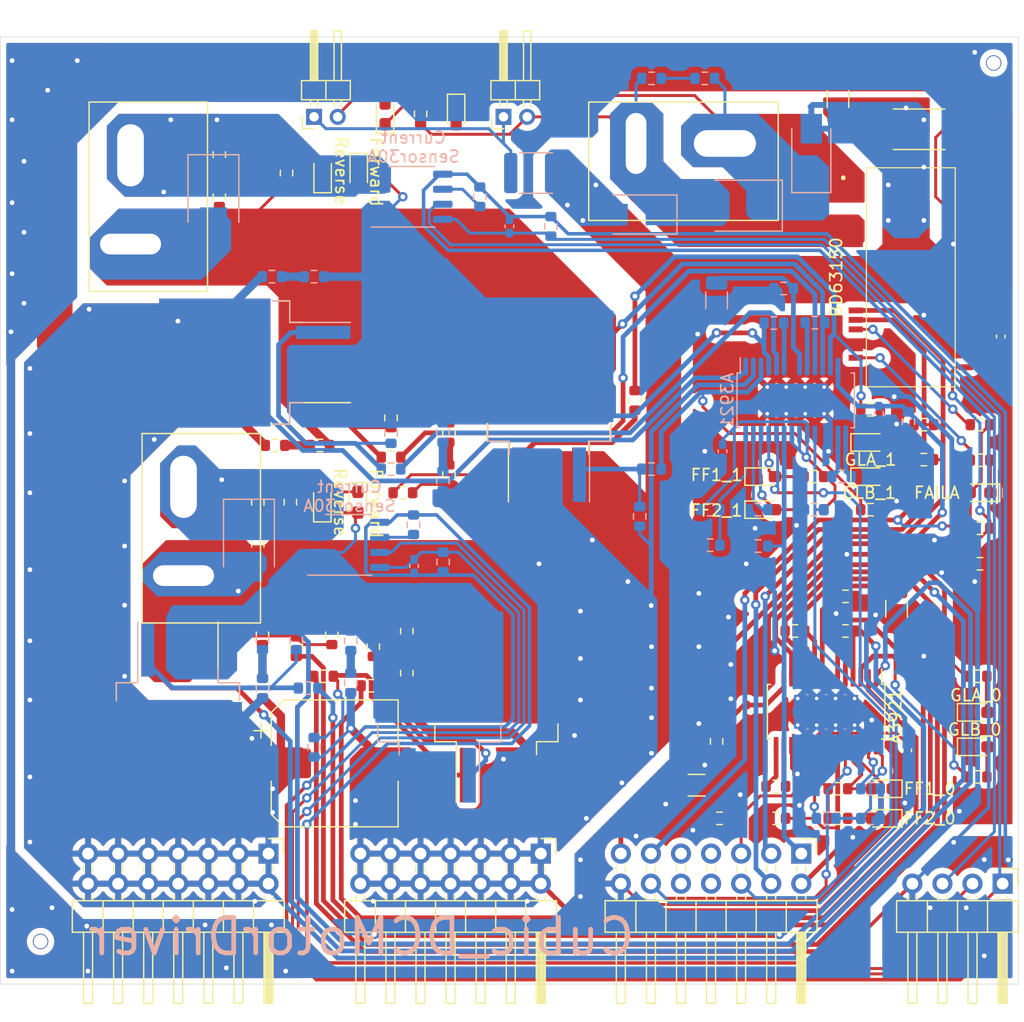
<source format=kicad_pcb>
(kicad_pcb (version 20211014) (generator pcbnew)
  (layers (0 "F.Cu" signal) (31 "B.Cu" signal) (34 "B.Paste" user) (35 "F.Paste" user) (36 "B.SilkS" user "B.Silkscreen") (37 "F.SilkS" user "F.Silkscreen") (38 "B.Mask" user) (39 "F.Mask" user) (44 "Edge.Cuts" user))
  (net 0 "")
  (net 1 "Net-(C1-Pad2)")
  (net 2 "GND")
  (net 3 "GNDPWR")
  (net 4 "VDD")
  (net 5 "VCC")
  (net 6 "/RESET")
  (net 7 "Net-(C20-Pad2)")
  (net 8 "Net-(C21-Pad2)")
  (net 9 "Net-(C22-Pad2)")
  (net 10 "Net-(C23-Pad2)")
  (net 11 "Net-(D3-Pad1)")
  (net 12 "/Motor_A0")
  (net 13 "/Motor_A1")
  (net 14 "Net-(C4-Pad2)")
  (net 15 "/CA_0")
  (net 16 "/CP1_0")
  (net 17 "/CP2_0")
  (net 18 "/VREG_0")
  (net 19 "/Motor_B0")
  (net 20 "/CB_0")
  (net 21 "Net-(C28-Pad1)")
  (net 22 "Net-(C29-Pad1)")
  (net 23 "/CA_1")
  (net 24 "/CP2_1")
  (net 25 "/CP1_1")
  (net 26 "/VREG_1")
  (net 27 "/CB_1")
  (net 28 "Net-(C42-Pad2)")
  (net 29 "Net-(C43-Pad2)")
  (net 30 "+3V3")
  (net 31 "Net-(C49-Pad2)")
  (net 32 "Net-(C50-Pad2)")
  (net 33 "Net-(D5-Pad2)")
  (net 34 "Net-(D6-Pad2)")
  (net 35 "/Motor_B1")
  (net 36 "Net-(D10-Pad2)")
  (net 37 "Net-(D11-Pad2)")
  (net 38 "/FF1_0")
  (net 39 "/FF2_0")
  (net 40 "/FF1_1")
  (net 41 "/FF2_1")
  (net 42 "Net-(D16-Pad2)")
  (net 43 "/GLB_0")
  (net 44 "/GHB_0")
  (net 45 "/GHA_0")
  (net 46 "/GLA_0")
  (net 47 "/RDEAD_0")
  (net 48 "/VDSTH_0")
  (net 49 "/GLB_1")
  (net 50 "/GHB_1")
  (net 51 "/GHA_1")
  (net 52 "/GLA_1")
  (net 53 "/RDEAD_1")
  (net 54 "/VDSTH_1")
  (net 55 "/D0")
  (net 56 "/CS_V0")
  (net 57 "/CS_V1")
  (net 58 "/PWM_1B")
  (net 59 "/PWM_1A")
  (net 60 "/PWM_0B")
  (net 61 "/PWM_0A")
  (net 62 "/D1")
  (net 63 "+12V")
  (net 64 "/Motor_A2")
  (net 65 "GND1")
  (net 66 "/Motor_C0")
  (net 67 "+5VL")
  (net 68 "/Motor_C1")
  (net 69 "+5VD")
  (net 70 "Net-(C5-Pad2)")
  (net 71 "/Motor_B2")
  (net 72 "Net-(D20-Pad1)")
  (net 77 "Net-(F1-Pad1)")
  (net 78 "Net-(Q1-Pad1)")
  (net 79 "Net-(D17-Pad1)")
  (net 80 "Net-(Q2-Pad1)")
  (net 81 "Net-(Q3-Pad1)")
  (net 82 "/PS")
  (net 83 "/FAILA")
  (net 84 "/VREF")
  (net 85 "/RFN")
  (net 86 "Net-(Q5-Pad1)")
  (net 87 "Net-(Q6-Pad1)")
  (net 88 "Net-(Q7-Pad1)")
  (net 89 "Net-(Q8-Pad1)")
  (net 90 "Net-(Q4-Pad1)")
  (footprint "Capacitor_SMD:CP_Elec_10x10.5" (layer "F.Cu") (at 142.24 181.356)
    (fp_text reference "C13" hide)
    (fp_text value "220u")
  )
  (footprint "Diode_SMD:D_0603_1608Metric_Pad1.05x0.95mm_HandSolder" (layer "F.Cu") (at 144.2 159.3 -90)
    (fp_text reference "D3" hide)
    (fp_text value "LED_White")
  )
  (footprint "Diode_SMD:D_0603_1608Metric_Pad1.05x0.95mm_HandSolder" (layer "F.Cu") (at 141.2 159.3 90)
    (fp_text reference "D4" hide)
    (fp_text value "LED_Yellow")
  )
  (footprint "Diode_SMD:D_0603_1608Metric_Pad1.05x0.95mm_HandSolder" (layer "F.Cu") (at 196.5 177.048)
    (fp_text reference "D5" hide)
    (fp_text value "LED_Blue")
  )
  (footprint "Diode_SMD:D_0603_1608Metric_Pad1.05x0.95mm_HandSolder" (layer "F.Cu") (at 196.5 179.96)
    (fp_text reference "D6" hide)
    (fp_text value "LED_Blue")
  )
  (footprint "Diode_SMD:D_0603_1608Metric_Pad1.05x0.95mm_HandSolder" (layer "F.Cu") (at 144.272 131.5 -90)
    (fp_text reference "D9" hide)
    (fp_text value "LED_White")
  )
  (footprint "Diode_SMD:D_0603_1608Metric_Pad1.05x0.95mm_HandSolder" (layer "F.Cu") (at 141.224 131.5 90)
    (fp_text reference "D10" hide)
    (fp_text value "LED_Yellow")
  )
  (footprint "Diode_SMD:D_0603_1608Metric_Pad1.05x0.95mm_HandSolder" (layer "F.Cu") (at 187.5 154.25)
    (fp_text reference "D11" hide)
    (fp_text value "LED_Blue")
  )
  (footprint "Diode_SMD:D_0603_1608Metric_Pad1.05x0.95mm_HandSolder" (layer "F.Cu") (at 188.5 183.5 180)
    (fp_text reference "D12" hide)
    (fp_text value "LED_Red")
  )
  (footprint "Diode_SMD:D_0603_1608Metric_Pad1.05x0.95mm_HandSolder" (layer "F.Cu") (at 188.5 186 180)
    (fp_text reference "D13" hide)
    (fp_text value "LED_Red")
  )
  (footprint "Diode_SMD:D_0603_1608Metric_Pad1.05x0.95mm_HandSolder" (layer "F.Cu") (at 178.55 157.1375)
    (fp_text reference "D14" hide)
    (fp_text value "LED_Red")
  )
  (footprint "Diode_SMD:D_0603_1608Metric_Pad1.05x0.95mm_HandSolder" (layer "F.Cu") (at 178.55 159.9275)
    (fp_text reference "D15" hide)
    (fp_text value "LED_Red")
  )
  (footprint "Diode_SMD:D_0603_1608Metric_Pad1.05x0.95mm_HandSolder" (layer "F.Cu") (at 187.5 157.1375)
    (fp_text reference "D16" hide)
    (fp_text value "LED_Blue")
  )
  (footprint "Package_SO:HTSSOP-28-1EP_4.4x9.7mm_P0.65mm_EP2.85x5.4mm_ThermalVias" (layer "F.Cu") (at 183.75 177 -90)
    (fp_text reference "IC1" hide)
    (fp_text value "A3921KLPTR-T")
  )
  (footprint "Resistor_SMD:R_0603_1608Metric" (layer "F.Cu") (at 135.75 159.3 90)
    (fp_text reference "R3" hide)
    (fp_text value "10")
  )
  (footprint "Resistor_SMD:R_0603_1608Metric" (layer "F.Cu") (at 138.5 159.3 90)
    (fp_text reference "R7" hide)
    (fp_text value "10k")
  )
  (footprint "Resistor_SMD:R_0603_1608Metric" (layer "F.Cu") (at 136.144 170.5 90)
    (fp_text reference "R10" hide)
    (fp_text value "10")
  )
  (footprint "Resistor_SMD:R_0603_1608Metric" (layer "F.Cu") (at 184.75 186)
    (fp_text reference "R12" hide)
    (fp_text value "100k")
  )
  (footprint "Resistor_SMD:R_0603_1608Metric" (layer "F.Cu") (at 132.5 129.944 90)
    (fp_text reference "R13" hide)
    (fp_text value "10")
  )
  (footprint "Resistor_SMD:R_0603_1608Metric" (layer "F.Cu") (at 148.336 173.736 -90)
    (fp_text reference "R17" hide)
    (fp_text value "10")
  )
  (footprint "Resistor_SMD:R_0603_1608Metric" (layer "F.Cu") (at 196.5 174 180)
    (fp_text reference "R20" hide)
    (fp_text value "10k")
  )
  (footprint "Resistor_SMD:R_0603_1608Metric" (layer "F.Cu") (at 196.5 182.5 180)
    (fp_text reference "R21" hide)
    (fp_text value "10k")
  )
  (footprint "Resistor_SMD:R_0603_1608Metric" (layer "F.Cu") (at 138.176 131.5 90)
    (fp_text reference "R22" hide)
    (fp_text value "10k")
  )
  (footprint "Resistor_SMD:R_0603_1608Metric" (layer "F.Cu") (at 187.5 151.5 180)
    (fp_text reference "R23" hide)
    (fp_text value "10k")
  )
  (footprint "Resistor_SMD:R_0603_1608Metric" (layer "F.Cu") (at 184.75 183.5)
    (fp_text reference "R25" hide)
    (fp_text value "100k")
  )
  (footprint "Resistor_SMD:R_0603_1608Metric" (layer "F.Cu") (at 182.712 157.1375 180)
    (fp_text reference "R26" hide)
    (fp_text value "100k")
  )
  (footprint "Resistor_SMD:R_0603_1608Metric" (layer "F.Cu") (at 182.712 159.9275 180)
    (fp_text reference "R27" hide)
    (fp_text value "100k")
  )
  (footprint "Resistor_SMD:R_0603_1608Metric" (layer "F.Cu") (at 187.5 159.9275 180)
    (fp_text reference "R29" hide)
    (fp_text value "10k")
  )
  (footprint "Resistor_SMD:R_0603_1608Metric" (layer "F.Cu") (at 141 154.5)
    (fp_text reference "R31" hide)
    (fp_text value "10")
  )
  (footprint "Resistor_SMD:R_0603_1608Metric" (layer "F.Cu") (at 151.892 156.972 -90)
    (fp_text reference "R35" hide)
    (fp_text value "10")
  )
  (footprint "Resistor_SMD:R_0603_1608Metric" (layer "F.Cu") (at 148 158.5 180)
    (fp_text reference "R39" hide)
    (fp_text value "100k")
  )
  (footprint "Resistor_SMD:R_0603_1608Metric" (layer "F.Cu") (at 145.5 171.5 -90)
    (fp_text reference "R42" hide)
    (fp_text value "100k")
  )
  (footprint "Capacitor_SMD:C_1206_3216Metric" (layer "F.Cu") (at 172.8 183.2)
    (fp_text reference "C2" hide)
    (fp_text value "10u")
  )
  (footprint "Capacitor_SMD:C_1206_3216Metric" (layer "F.Cu") (at 189.7 168.3 -90)
    (fp_text reference "C10" hide)
    (fp_text value "10u")
  )
  (footprint "Capacitor_SMD:C_0402_1005Metric_Pad0.74x0.62mm_HandSolder" (layer "F.Cu") (at 190.6 180.2675 -90)
    (fp_text reference "C19" hide)
    (fp_text value "0.1u")
  )
  (footprint "Capacitor_SMD:C_0402_1005Metric_Pad0.74x0.62mm_HandSolder" (layer "F.Cu") (at 177 177 -90)
    (fp_text reference "C40" hide)
    (fp_text value "0.1u")
  )
  (footprint "Connector_PinHeader_2.54mm:PinHeader_1x04_P2.54mm_Horizontal" (layer "F.Cu") (at 198.654 191.516 -90)
    (fp_text reference "J3" hide)
    (fp_text value "Conn_01x04")
  )
  (footprint "Connector_PinHeader_2.54mm:PinHeader_2x07_P2.54mm_Horizontal" (layer "F.Cu") (at 181.652 188.976 -90)
    (fp_text reference "J6" hide)
    (fp_text value "Conn_02x07_Odd_Even")
  )
  (footprint "Connector_PinHeader_2.54mm:PinHeader_2x07_P2.54mm_Horizontal" (layer "F.Cu") (at 159.652 188.976 -90)
    (fp_text reference "J7" hide)
    (fp_text value "Conn_02x07_Odd_Even")
  )
  (footprint "Connector_PinHeader_2.54mm:PinHeader_2x07_P2.54mm_Horizontal" (layer "F.Cu") (at 136.652 188.976 -90)
    (fp_text reference "J8" hide)
    (fp_text value "Conn_02x07_Odd_Even")
  )
  (footprint "Resistor_SMD:R_0603_1608Metric" (layer "F.Cu") (at 179.5 186)
    (fp_text reference "R43" hide)
    (fp_text value "100k")
  )
  (footprint "Resistor_SMD:R_0603_1608Metric" (layer "F.Cu") (at 174.75 186 180)
    (fp_text reference "R48" hide)
    (fp_text value "100k")
  )
  (footprint "Resistor_SMD:R_0603_1608Metric" (layer "F.Cu") (at 139 171.5 90)
    (fp_text reference "R51" hide)
    (fp_text value "27")
  )
  (footprint "Resistor_SMD:R_0603_1608Metric" (layer "F.Cu") (at 147 155.5 180)
    (fp_text reference "R53" hide)
    (fp_text value "27")
  )
  (footprint "Resistor_SMD:R_0603_1608Metric" (layer "F.Cu") (at 142 170.5 -90)
    (fp_text reference "R55" hide)
    (fp_text value "100k")
  )
  (footprint "Resistor_SMD:R_0603_1608Metric" (layer "F.Cu") (at 147 152.175 -90)
    (fp_text reference "R57" hide)
    (fp_text value "100k")
  )
  (footprint "Resistor_SMD:R_0603_1608Metric" (layer "F.Cu") (at 141.3 174)
    (fp_text reference "R59" hide)
    (fp_text value "27")
  )
  (footprint "Resistor_SMD:R_0603_1608Metric" (layer "F.Cu") (at 145.3 174.8)
    (fp_text reference "R60" hide)
    (fp_text value "27")
  )
  (footprint "Resistor_SMD:R_0603_1608Metric" (layer "F.Cu") (at 167.6 150.7 -90)
    (fp_text reference "R61" hide)
    (fp_text value "27")
  )
  (footprint "Resistor_SMD:R_0603_1608Metric" (layer "F.Cu") (at 135.75 162.856 90)
    (fp_text reference "C1" hide)
    (fp_text value "2200p")
  )
  (footprint "Resistor_SMD:R_0603_1608Metric" (layer "F.Cu") (at 174.5 179.5 -90)
    (fp_text reference "C3" hide)
    (fp_text value "1u")
  )
  (footprint "Resistor_SMD:R_0603_1608Metric" (layer "F.Cu") (at 132.5 133.5 90)
    (fp_text reference "C4" hide)
    (fp_text value "2200p")
  )
  (footprint "Resistor_SMD:R_0603_1608Metric" (layer "F.Cu") (at 181.114516 170.174 180)
    (fp_text reference "C8" hide)
    (fp_text value "1u")
  )
  (footprint "Resistor_SMD:R_0603_1608Metric" (layer "F.Cu") (at 179.5 183.3 180)
    (fp_text reference "C9" hide)
    (fp_text value "1u")
  )
  (footprint "Resistor_SMD:R_0603_1608Metric" (layer "F.Cu") (at 185.385484 167.25)
    (fp_text reference "C11" hide)
    (fp_text value "1u")
  )
  (footprint "Resistor_SMD:R_0603_1608Metric" (layer "F.Cu") (at 185.385484 170.174)
    (fp_text reference "C15" hide)
    (fp_text value "1u")
  )
  (footprint "Resistor_SMD:R_0603_1608Metric" (layer "F.Cu") (at 136.144 175 90)
    (fp_text reference "C20" hide)
    (fp_text value "2200p")
  )
  (footprint "Resistor_SMD:R_0603_1608Metric" (layer "F.Cu") (at 148.336 170.18 -90)
    (fp_text reference "C22" hide)
    (fp_text value "2200p")
  )
  (footprint "Resistor_SMD:R_0603_1608Metric" (layer "F.Cu") (at 137.203 154.5)
    (fp_text reference "C42" hide)
    (fp_text value "2200p")
  )
  (footprint "Resistor_SMD:R_0603_1608Metric" (layer "F.Cu") (at 151.892 153.416 -90)
    (fp_text reference "C49" hide)
    (fp_text value "2200p")
  )
  (footprint "T_plug:T_plug_female" (layer "F.Cu") (at 125.6 133.1 -90)
    (fp_text reference "J1" hide)
    (fp_text value "Motor")
  )
  (footprint "Capacitor_SMD:C_0402_1005Metric_Pad0.74x0.62mm_HandSolder" (layer "F.Cu") (at 198.5 145.3 -90)
    (fp_text reference "C14" hide)
    (fp_text value "0.1u")
  )
  (footprint "Connector_PinHeader_2.00mm:PinHeader_1x02_P2.00mm_Horizontal" (layer "F.Cu") (at 140.5 126.75 90)
    (fp_text reference "J9" hide)
    (fp_text value "Conn_01x02_Male")
  )
  (footprint "Diode_SMD:D_0603_1608Metric_Pad1.05x0.95mm_HandSolder" (layer "F.Cu") (at 146.5 126.5 90)
    (fp_text reference "D17" hide)
    (fp_text value "LED_White")
  )
  (footprint "T_plug:T_plug_female" (layer "F.Cu") (at 172.1 129.6 180)
    (fp_text reference "J4" hide)
    (fp_text value "Motor")
  )
  (footprint "T_plug:T_plug_female" (layer "F.Cu") (at 130.075 161.1 -90)
    (fp_text reference "J2" hide)
    (fp_text value "Motor")
  )
  (footprint "Diode_SMD:D_0603_1608Metric_Pad1.05x0.95mm_HandSolder" (layer "F.Cu") (at 196.75 158.5 180)
    (fp_text reference "D20" hide)
    (fp_text value "LED_Red")
  )
  (footprint "Package_TO_SOT_SMD:TO-263-2" (layer "F.Cu") (at 135.5 147.5 180)
    (fp_text reference "Q5" hide)
    (fp_text value "RJ1L12BGN")
  )
  (footprint "Resistor_SMD:R_0603_1608Metric" (layer "F.Cu") (at 196.75 161.5)
    (fp_text reference "R8" hide)
    (fp_text value "24k")
  )
  (footprint "Resistor_SMD:R_0603_1608Metric" (layer "F.Cu") (at 149.5 126.5 90)
    (fp_text reference "R4" hide)
    (fp_text value "10k")
  )
  (footprint "Package_TO_SOT_SMD:TO-263-2" (layer "F.Cu") (at 160.305 151.2 90)
    (fp_text reference "Q6" hide)
    (fp_text value "RJ1L12BGN")
  )
  (footprint "Capacitor_SMD:C_1206_3216Metric" (layer "F.Cu") (at 184.75 125.25 -90)
    (fp_text reference "C12" hide)
    (fp_text value "10u")
  )
  (footprint "Diode_SMD:D_0603_1608Metric_Pad1.05x0.95mm_HandSolder" (layer "F.Cu") (at 152.5 126.5 -90)
    (fp_text reference "D19" hide)
    (fp_text value "LED_Yellow")
  )
  (footprint "Package_TO_SOT_SMD:TO-263-2" (layer "F.Cu") (at 155.9 176.575 90)
    (fp_text reference "Q3" hide)
    (fp_text value "RJ1L12BGN")
  )
  (footprint "Resistor_SMD:R_0603_1608Metric" (layer "F.Cu") (at 196.75 164.5)
    (fp_text reference "R14" hide)
    (fp_text value "9.1k")
  )
  (footprint "Resistor_SMD:R_0603_1608Metric" (layer "F.Cu") (at 196.75 155.75 180)
    (fp_text reference "R6" hide)
    (fp_text value "10k")
  )
  (footprint "Resistor_SMD:R_0603_1608Metric" (layer "F.Cu") (at 196.75 152.75)
    (fp_text reference "R5" hide)
    (fp_text value "10k")
  )
  (footprint "Resistor_SMD:R_2512_6332Metric" (layer "F.Cu") (at 191.6 127.8 180)
    (fp_text reference "R1" hide)
    (fp_text value "100m")
  )
  (footprint "BD63150AFM-E2:BD63150AFME2" (layer "F.Cu") (at 190.9 140.3)
    (fp_text reference "IC3" hide)
    (fp_text value "BD63150AFM-E2" hide)
  )
  (footprint "Resistor_SMD:R_0603_1608Metric" (layer "F.Cu") (at 192 152.75 180)
    (fp_text reference "R16" hide)
    (fp_text value "100k")
  )
  (footprint "Resistor_SMD:R_0603_1608Metric" (layer "F.Cu") (at 192 155.7 180)
    (fp_text reference "R33" hide)
    (fp_text value "100k")
  )
  (footprint "Package_TO_SOT_SMD:TO-263-2" (layer "F.Cu") (at 129 177.5 -90)
    (fp_text reference "Q1" hide)
    (fp_text value "RJ1L12BGN")
  )
  (footprint "Connector_PinHeader_2.00mm:PinHeader_1x02_P2.00mm_Horizontal" (layer "F.Cu") (at 156.5 126.75 90)
    (fp_text reference "J10" hide)
    (fp_text value "Conn_01x02_Male")
  )
  (footprint "Package_SO:HTSSOP-28-1EP_4.4x9.7mm_P0.65mm_EP2.85x5.4mm_ThermalVias" (layer "B.Cu") (at 181.18 150.7 -90)
    (fp_text reference "IC2" hide)
    (fp_text value "A3921KLPTR-T")
  )
  (footprint "Resistor_SMD:R_0603_1608Metric" (layer "B.Cu") (at 187.5 183.5)
    (fp_text reference "R9" hide)
    (fp_text value "100k")
  )
  (footprint "Resistor_SMD:R_0603_1608Metric" (layer "B.Cu") (at 136.144 170.925 90)
    (fp_text reference "R11" hide)
    (fp_text value "10")
  )
  (footprint "Resistor_SMD:R_0603_1608Metric" (layer "B.Cu") (at 183.75 186)
    (fp_text reference "R15" hide)
    (fp_text value "100k")
  )
  (footprint "Resistor_SMD:R_0603_1608Metric" (layer "B.Cu") (at 143.6 174.556 -90)
    (fp_text reference "R18" hide)
    (fp_text value "10")
  )
  (footprint "Resistor_SMD:R_0603_1608Metric" (layer "B.Cu") (at 187.5 186)
    (fp_text reference "R19" hide)
    (fp_text value "20k")
  )
  (footprint "Resistor_SMD:R_0603_1608Metric" (layer "B.Cu") (at 173.95 159.9275)
    (fp_text reference "R24" hide)
    (fp_text value "100k")
  )
  (footprint "Resistor_SMD:R_0603_1608Metric" (layer "B.Cu") (at 178 159.9275 180)
    (fp_text reference "R28" hide)
    (fp_text value "100k")
  )
  (footprint "Resistor_SMD:R_0603_1608Metric" (layer "B.Cu") (at 173.95 162.9275 180)
    (fp_text reference "R30" hide)
    (fp_text value "20k")
  )
  (footprint "Resistor_SMD:R_0603_1608Metric" (layer "B.Cu") (at 140.5 140.25)
    (fp_text reference "R32" hide)
    (fp_text value "10")
  )
  (footprint "Resistor_SMD:R_0603_1608Metric" (layer "B.Cu") (at 151.384 157.5 -90)
    (fp_text reference "R36" hide)
    (fp_text value "10")
  )
  (footprint "Resistor_SMD:R_0603_1608Metric" (layer "B.Cu") (at 140.5 180 90)
    (fp_text reference "R40" hide)
    (fp_text value "100k")
  )
  (footprint "Resistor_SMD:R_0603_1608Metric" (layer "B.Cu") (at 168 160.5 90)
    (fp_text reference "R41" hide)
    (fp_text value "100k")
  )
  (footprint "Capacitor_SMD:C_0402_1005Metric_Pad0.74x0.62mm_HandSolder" (layer "B.Cu") (at 148.95 164.7 -90)
    (fp_text reference "C17" hide)
    (fp_text value "0.1u")
  )
  (footprint "Capacitor_SMD:C_0402_1005Metric_Pad0.74x0.62mm_HandSolder" (layer "B.Cu") (at 188.2 151.75 -90)
    (fp_text reference "C18" hide)
    (fp_text value "0.1u")
  )
  (footprint "Capacitor_SMD:C_0402_1005Metric_Pad0.74x0.62mm_HandSolder" (layer "B.Cu") (at 157 136 90)
    (fp_text reference "C39" hide)
    (fp_text value "0.1u")
  )
  (footprint "Capacitor_SMD:C_0402_1005Metric_Pad0.74x0.62mm_HandSolder" (layer "B.Cu") (at 175 155 -90)
    (fp_text reference "C41" hide)
    (fp_text value "0.1u")
  )
  (footprint "Resistor_SMD:R_0603_1608Metric" (layer "B.Cu") (at 182.75 159.9275 180)
    (fp_text reference "R47" hide)
    (fp_text value "100k")
  )
  (footprint "Resistor_SMD:R_0603_1608Metric" (layer "B.Cu") (at 140 175 180)
    (fp_text reference "R52" hide)
    (fp_text value "27")
  )
  (footprint "Resistor_SMD:R_0603_1608Metric" (layer "B.Cu") (at 147 156.5 180)
    (fp_text reference "R54" hide)
    (fp_text value "27")
  )
  (footprint "Resistor_SMD:R_0603_1608Metric" (layer "B.Cu") (at 139 170.925 -90)
    (fp_text reference "R56" hide)
    (fp_text value "100k")
  )
  (footprint "Resistor_SMD:R_0603_1608Metric" (layer "B.Cu") (at 147 153.5 -90)
    (fp_text reference "R58" hide)
    (fp_text value "100k")
  )
  (footprint "Resistor_SMD:R_0603_1608Metric" (layer "B.Cu") (at 169 156.5 180)
    (fp_text reference "R62" hide)
    (fp_text value "27")
  )
  (footprint "Package_SO:SOP-8_3.9x4.9mm_P1.27mm" (layer "B.Cu") (at 143.425 162.9)
    (fp_text reference "U1" hide)
    (fp_text value "ACS712ELCTR-30A-T")
  )
  (footprint "Package_SO:SOP-8_3.9x4.9mm_P1.27mm" (layer "B.Cu") (at 148.75 133.5)
    (fp_text reference "U2" hide)
    (fp_text value "ACS712ELCTR-30A-T")
  )
  (footprint "Resistor_SMD:R_0603_1608Metric" (layer "B.Cu") (at 190.7 152.5 -90)
    (fp_text reference "C6" hide)
    (fp_text value "1u")
  )
  (footprint "Resistor_SMD:R_0603_1608Metric" (layer "B.Cu") (at 136.15 175 90)
    (fp_text reference "C21" hide)
    (fp_text value "2200p")
  )
  (footprint "Resistor_SMD:R_0603_1608Metric" (layer "B.Cu") (at 143.6 171 -90)
    (fp_text reference "C23" hide)
    (fp_text value "2200p")
  )
  (footprint "Resistor_SMD:R_0603_1608Metric" (layer "B.Cu") (at 148.9 161.2 90)
    (fp_text reference "C28" hide)
    (fp_text value "1000p")
  )
  (footprint "Resistor_SMD:R_0603_1608Metric" (layer "B.Cu") (at 154.5 133.5 90)
    (fp_text reference "C29" hide)
    (fp_text value "1000p")
  )
  (footprint "Resistor_SMD:R_0603_1608Metric" (layer "B.Cu") (at 182.8 144.1375)
    (fp_text reference "C31" hide)
    (fp_text value "1u")
  )
  (footprint "Resistor_SMD:R_0603_1608Metric" (layer "B.Cu") (at 185.05 157.1375)
    (fp_text reference "C32" hide)
    (fp_text value "1u")
  )
  (footprint "Resistor_SMD:R_0603_1608Metric" (layer "B.Cu") (at 180.161516 141.25 180)
    (fp_text reference "C34" hide)
    (fp_text value "1u")
  )
  (footprint "Resistor_SMD:R_0603_1608Metric" (layer "B.Cu") (at 179.336516 144.1665 180)
    (fp_text reference "C37" hide)
    (fp_text value "1u")
  )
  (footprint "Resistor_SMD:R_0603_1608Metric" (layer "B.Cu") (at 136.944 140.25)
    (fp_text reference "C43" hide)
    (fp_text value "2200p")
  )
  (footprint "Resistor_SMD:R_0603_1608Metric" (layer "B.Cu") (at 151.384 153.416 -90)
    (fp_text reference "C50" hide)
    (fp_text value "2200p")
  )
  (footprint "Resistor_SMD:R_0603_1608Metric" (layer "B.Cu") (at 178 163)
    (fp_text reference "R70" hide)
    (fp_text value "100k")
  )
  (footprint "Package_TO_SOT_SMD:TO-263-2" (layer "B.Cu") (at 160.375 151.2 90)
    (fp_text reference "Q8" hide)
    (fp_text value "RJ1L12BGN")
  )
  (footprint "Resistor_SMD:R_0603_1608Metric" (layer "B.Cu") (at 160.5 136 90)
    (fp_text reference "C24" hide)
    (fp_text value "1u")
  )
  (footprint "Package_TO_SOT_SMD:TO-263-2" (layer "B.Cu") (at 151.075 176.6 90)
    (fp_text reference "Q4" hide)
    (fp_text value "RJ1L12BGN")
  )
  (footprint "Resistor_SMD:R_0603_1608Metric" (layer "B.Cu") (at 173.5 123.5)
    (fp_text reference "R2" hide)
    (fp_text value "47")
  )
  (footprint "Package_TO_SOT_SMD:TO-263-2" (layer "B.Cu") (at 129 177.5 -90)
    (fp_text reference "Q2" hide)
    (fp_text value "RJ1L12BGN")
  )
  (footprint "Diode_SMD:D_SMA" (layer "B.Cu") (at 167.75 135 180)
    (fp_text reference "D7" hide)
    (fp_text value "RBR5L60ADDTE25")
  )
  (footprint "Diode_SMD:D_SMA" (layer "B.Cu") (at 182.5 129.75 90)
    (fp_text reference "D1" hide)
    (fp_text value "RBR5L60ADDTE25")
  )
  (footprint "Package_TO_SOT_SMD:TO-263-2" (layer "B.Cu") (at 135.5 147.5 180)
    (fp_text reference "Q7" hide)
    (fp_text value "RJ1L12BGN")
  )
  (footprint "Resistor_SMD:R_0603_1608Metric" (layer "B.Cu") (at 151.4 164.35 -90)
    (fp_text reference "C16" hide)
    (fp_text value "1u")
  )
  (footprint "Diode_SMD:D_SMB" (layer "B.Cu") (at 176.5 134.25 180)
    (fp_text reference "D8" hide)
    (fp_text value "SMBJ45CA")
  )
  (footprint "Diode_SMD:D_SMB" (layer "B.Cu") (at 135 162.6 -90)
    (fp_text reference "D18" hide)
    (fp_text value "SMBJ45CA")
  )
  (footprint "Diode_SMD:D_SMB" (layer "B.Cu") (at 132 133.5 -90)
    (fp_text reference "D2" hide)
    (fp_text value "SMBJ45CA")
  )
  (footprint "Resistor_SMD:R_0603_1608Metric" (layer "B.Cu") (at 169 123.5)
    (fp_text reference "C5" hide)
    (fp_text value "2200p")
  )
  (footprint "Fuse:Fuse_1812_4532Metric" (layer "B.Cu") (at 159.25 131.5)
    (fp_text reference "F1" hide)
    (fp_text value "MF-MSMF010")
  )
  (footprint "Capacitor_SMD:C_1206_3216Metric" (layer "B.Cu") (at 174.5 142.25 -90)
    (fp_text reference "C33" hide)
    (fp_text value "10u")
  )
  (gr_line (start 114 200) (end 200 200) (layer "Edge.Cuts") (width 0.05))
  (gr_line (start 114 120) (end 114 200) (layer "Edge.Cuts") (width 0.05))
  (gr_line (start 200 120) (end 200 200) (layer "Edge.Cuts") (width 0.05))
  (gr_line (start 114 120) (end 200 120) (layer "Edge.Cuts") (width 0.05))
  (gr_text "Cubic_DCMotorDriver" (at 144.5 196) (layer "B.SilkS") (effects (font (size 3 3) (thickness 0.4)) (justify mirror)))
  (gr_text "Current\nSensor30A" (at 148.9 129.3) (layer "B.SilkS") (effects (font (size 1 1)) (justify mirror)))
  (gr_text "A3921" (at 175.4 150.7 90) (layer "B.SilkS") (effects (font (size 1 1)) (justify mirror)))
  (gr_text "Current\nSensor30A" (at 143.5 158.8) (layer "B.SilkS") (effects (font (size 1 1)) (justify mirror)))
  (gr_text "GLB_1" (at 187.4 158.5) (layer "F.SilkS") (effects (font (size 1 1))))
  (gr_text "FF2_1" (at 174.5 160) (layer "F.SilkS") (effects (font (size 1 1))))
  (gr_text "A3921" (at 189.6 177.4 90) (layer "F.SilkS") (effects (font (size 1 1))))
  (gr_text "Forward" (at 145.75 159.4 270) (layer "F.SilkS") (effects (font (size 1 1))))
  (gr_text "BD63150" (at 184.6 140.3 90) (layer "F.SilkS") (effects (font (size 1 1))))
  (gr_text "Reverse" (at 142.8 131.3 270) (layer "F.SilkS") (effects (font (size 1 1))))
  (gr_text "FF1_1" (at 174.5 157) (layer "F.SilkS") (effects (font (size 1 1))))
  (gr_text "GLB_0" (at 196.3 178.5) (layer "F.SilkS") (effects (font (size 1 1))))
  (gr_text "FF1_0" (at 192.5 183.5) (layer "F.SilkS") (effects (font (size 1 1))))
  (gr_text "Reverse" (at 142.7 159.3 270) (layer "F.SilkS") (effects (font (size 1 1))))
  (gr_text "GLA_1" (at 187.5 155.7) (layer "F.SilkS") (effects (font (size 1 1))))
  (gr_text "GLA_0" (at 196.4 175.6) (layer "F.SilkS") (effects (font (size 1 1))))
  (gr_text "Forward" (at 145.75 131.4 270) (layer "F.SilkS") (effects (font (size 1 1))))
  (gr_text "FF2_0" (at 192.5 186) (layer "F.SilkS") (effects (font (size 1 1))))
  (gr_text "FAILA" (at 193.1 158.5) (layer "F.SilkS") (effects (font (size 1 1))))
  (via (at 117.4 196.4) (size 1.3) (drill 1.152) (layers "F.Cu" "B.Cu") (net 0))
  (via (at 197.9 122.2) (size 1.3) (drill 1.152) (layers "F.Cu" "B.Cu") (net 0))
  (segment (start 135.75 160.125) (end 135.75 162.031) (width 0.7) (layer "F.Cu") (net 1))
  (segment (start 195.09101 199.62499) (end 140.69699 199.62499) (width 0.3) (layer "F.Cu") (net 2))
  (segment (start 138.176 197.104) (end 138.176 184.92) (width 0.3) (layer "F.Cu") (net 2))
  (segment (start 139.891 186.5005) (end 139.8915 186.5) (width 0.3) (layer "F.Cu") (net 2))
  (segment (start 141.262918 198.21098) (end 184.33902 198.21098) (width 0.3) (layer "F.Cu") (net 2))
  (segment (start 139.891 196.839062) (end 141.262918 198.21098) (width 0.3) (layer "F.Cu") (net 2))
  (segment (start 197.104 197.612) (end 195.09101 199.62499) (width 0.3) (layer "F.Cu") (net 2))
  (segment (start 140.69699 199.62499) (end 138.176 197.104) (width 0.3) (layer "F.Cu") (net 2))
  (segment (start 138.176 184.92) (end 139.8905 183.2055) (width 0.3) (layer "F.Cu") (net 2))
  (segment (start 139.891 190.291) (end 139.891 196.839062) (width 0.3) (layer "F.Cu") (net 2))
  (segment (start 184.33902 198.21098) (end 191.034 191.516) (width 0.3) (layer "F.Cu") (net 2))
  (segment (start 139.891 190.291) (end 139.891 186.5005) (width 0.3) (layer "F.Cu") (net 2))
  (via (at 199.135499 189.5) (size 0.8) (drill 0.4) (layers "F.Cu" "B.Cu") (net 2))
  (via (at 195.58 193.548) (size 0.8) (drill 0.4) (layers "F.Cu" "B.Cu") (net 2))
  (via (at 197.104 197.612) (size 0.8) (drill 0.4) (layers "F.Cu" "B.Cu") (net 2))
  (via (at 194.525 188.025) (size 0.8) (drill 0.4) (layers "F.Cu" "B.Cu") (net 2))
  (via (at 192.532 193.548) (size 0.8) (drill 0.4) (layers "F.Cu" "B.Cu") (net 2))
  (via (at 197.104 189.484) (size 0.8) (drill 0.4) (layers "F.Cu" "B.Cu") (net 2))
  (via (at 139.8905 183.2055) (size 0.8) (drill 0.4) (layers "F.Cu" "B.Cu") (net 2))
  (via (at 139.8915 186.5) (size 0.8) (drill 0.4) (layers "F.Cu" "B.Cu") (net 2))
  (segment (start 151.375 131.595) (end 153.42 131.595) (width 0.3) (layer "B.Cu") (net 2))
  (segment (start 156.6625 134.8375) (end 157 135.175) (width 0.3) (layer "B.Cu") (net 2))
  (segment (start 198.885519 151.707657) (end 198.885518 189.250019) (width 0.3) (layer "B.Cu") (net 2))
  (segment (start 157 135.175) (end 160.5 135.175) (width 0.3) (layer "B.Cu") (net 2))
  (segment (start 153.955 165.455) (end 150.255 165.455) (width 0.3) (layer "B.Cu") (net 2))
  (segment (start 151.828337 138.025481) (end 183.22548 138.02548) (width 0.3) (layer "B.Cu") (net 2))
  (segment (start 147.525 160.375) (end 148.9 160.375) (width 0.3) (layer "B.Cu") (net 2))
  (segment (start 151.375 131.595) (end 151.113573 131.595) (width 0.3) (layer "B.Cu") (net 2))
  (segment (start 150.255 165.455) (end 151.12 165.455) (width 0.3) (layer "B.Cu") (net 2))
  (segment (start 144.875 161.425) (end 144.875 165.162107) (width 0.3) (layer "B.Cu") (net 2))
  (segment (start 157.201869 179.678031) (end 158.7 178.1799) (width 0.3) (layer "B.Cu") (net 2))
  (segment (start 144.817999 178.278001) (end 156.621999 178.278001) (width 0.3) (layer "B.Cu") (net 2))
  (segment (start 139.8905 183.2055) (end 144.817999 178.278001) (width 0.3) (layer "B.Cu") (net 2))
  (segment (start 161.951921 136.626921) (end 183.804784 136.626922) (width 0.3) (layer "B.Cu") (net 2))
  (segment (start 156.621999 178.278001) (end 157.3 177.6) (width 0.3) (layer "B.Cu") (net 2))
  (segment (start 150.8549 160.375) (end 148.9 160.375) (width 0.3) (layer "B.Cu") (net 2))
  (segment (start 157 135.175) (end 157 135.4325) (width 0.3) (layer "B.Cu") (net 2))
  (segment (start 197.485999 185.064001) (end 194.525 188.025) (width 0.3) (layer "B.Cu") (net 2))
  (segment (start 183.804784 136.626922) (end 198.885519 151.707657) (width 0.3) (layer "B.Cu") (net 2))
  (segment (start 158.7 178.1799) (end 158.7 168.220101) (width 0.3) (layer "B.Cu") (net 2))
  (segment (start 198.885518 189.250019) (end 199.135499 189.5) (width 0.3) (layer "B.Cu") (net 2))
  (segment (start 149.750961 135.948105) (end 151.828337 138.025481) (width 0.3) (layer "B.Cu") (net 2))
  (segment (start 145.305 160.995) (end 144.875 161.425) (width 0.3) (layer "B.Cu") (net 2))
  (segment (start 153.42 131.595) (end 153.9125 132.0875) (width 0.3) (layer "B.Cu") (net 2))
  (segment (start 149.75096 132.957613) (end 149.750961 135.948105) (width 0.3) (layer "B.Cu") (net 2))
  (segment (start 153.9125 132.0875) (end 156.6625 134.8375) (width 0.3) (layer "B.Cu") (net 2))
  (segment (start 139.8915 186.5) (end 146.713469 179.678031) (width 0.3) (layer "B.Cu") (net 2))
  (segment (start 151.113573 131.595) (end 149.75096 132.957613) (width 0.3) (layer "B.Cu") (net 2))
  (segment (start 197.485999 152.285999) (end 197.485999 185.064001) (width 0.3) (layer "B.Cu") (net 2))
  (segment (start 158.7 168.220101) (end 150.8549 160.375) (width 0.3) (layer "B.Cu") (net 2))
  (segment (start 160.5 135.175) (end 161.951921 136.626921) (width 0.3) (layer "B.Cu") (net 2))
  (segment (start 151.12 165.455) (end 151.4 165.175) (width 0.3) (layer "B.Cu") (net 2))
  (segment (start 153.9125 132.0875) (end 154.5 132.675) (width 0.3) (layer "B.Cu") (net 2))
  (segment (start 194.525 188.025) (end 191.034 191.516) (width 0.3) (layer "B.Cu") (net 2))
  (segment (start 157.3 177.6) (end 157.3 168.8) (width 0.3) (layer "B.Cu") (net 2))
  (segment (start 183.22548 138.02548) (end 197.485999 152.285999) (width 0.3) (layer "B.Cu") (net 2))
  (segment (start 146.713469 179.678031) (end 157.201869 179.678031) (width 0.3) (layer "B.Cu") (net 2))
  (segment (start 145.167893 165.455) (end 150.255 165.455) (width 0.3) (layer "B.Cu") (net 2))
  (segment (start 157.3 168.8) (end 153.955 165.455) (width 0.3) (layer "B.Cu") (net 2))
  (segment (start 146.905 160.995) (end 147.525 160.375) (width 0.3) (layer "B.Cu") (net 2))
  (segment (start 144.875 165.162107) (end 145.167893 165.455) (width 0.3) (layer "B.Cu") (net 2))
  (segment (start 146.05 160.995) (end 146.905 160.995) (width 0.3) (layer "B.Cu") (net 2))
  (segment (start 159 164.5) (end 152.297 157.797) (width 0.7) (layer "F.Cu") (net 3))
  (segment (start 198.5 145.8675) (end 198.1325 145.5) (width 0.25) (layer "F.Cu") (net 3))
  (segment (start 147.53648 172.71148) (end 147.53648 173.76148) (width 0.25) (layer "F.Cu") (net 3))
  (segment (start 187.325 175.175) (end 187.325 174.1375) (width 0.4) (layer "F.Cu") (net 3))
  (segment (start 193.5 144) (end 193.5 142.35) (width 0.25) (layer "F.Cu") (net 3))
  (segment (start 148.336 176.808) (end 150.278 178.75) (width 0.7) (layer "F.Cu") (net 3))
  (segment (start 183.305888 193.8) (end 161.936 193.8) (width 0.4) (layer "F.Cu") (net 3))
  (segment (start 145.5 170.675) (end 147.53648 172.71148) (width 0.25) (layer "F.Cu") (net 3))
  (segment (start 148.825 158.5) (end 149.528 157.797) (width 0.25) (layer "F.Cu") (net 3))
  (segment (start 160.568 192.432) (end 160.886 192.75) (width 0.25) (layer "F.Cu") (net 3))
  (segment (start 161.936 193.8) (end 161.018 192.882) (width 0.4) (layer "F.Cu") (net 3))
  (segment (start 143.6 178.4) (end 146.44 181.24) (width 0.7) (layer "F.Cu") (net 3))
  (segment (start 161.810308 193.674308) (end 161.018 192.882) (width 0.4) (layer "F.Cu") (net 3))
  (segment (start 149.528 157.797) (end 151.892 157.797) (width 0.25) (layer "F.Cu") (net 3))
  (segment (start 193.5 142.35) (end 195.55 140.3) (width 0.25) (layer "F.Cu") (net 3))
  (segment (start 146.44 181.24) (end 146.44 181.356) (width 0.7) (layer "F.Cu") (net 3))
  (segment (start 191.348531 184.548531) (end 191.348531 179.198531) (width 0.4) (layer "F.Cu") (net 3))
  (segment (start 191.348531 185.453031) (end 191.348531 184.548531) (width 0.4) (layer "F.Cu") (net 3))
  (segment (start 160.568 192.432) (end 159.652 191.516) (width 0.4) (layer "F.Cu") (net 3))
  (segment (start 152.297 157.797) (end 151.892 157.797) (width 0.7) (layer "F.Cu") (net 3))
  (segment (start 195 145.5) (end 193.5 144) (width 0.25) (layer "F.Cu") (net 3))
  (segment (start 184.452944 192.652944) (end 183.305888 193.8) (width 0.4) (layer "F.Cu") (net 3))
  (segment (start 184.452944 192.652944) (end 183.43158 193.674308) (width 0.4) (layer "F.Cu") (net 3))
  (segment (start 198.1325 145.5) (end 195 145.5) (width 0.25) (layer "F.Cu") (net 3))
  (segment (start 158.44 179.94) (end 158.44 182.35) (width 0.7) (layer "F.Cu") (net 3))
  (segment (start 161.018 192.882) (end 159.652 191.516) (width 0.4) (layer "F.Cu") (net 3))
  (segment (start 191.348531 185.757357) (end 191.348531 184.548531) (width 0.4) (layer "F.Cu") (net 3))
  (segment (start 184.452944 192.652944) (end 191.348531 185.757357) (width 0.4) (layer "F.Cu") (net 3))
  (segment (start 191.348531 179.198531) (end 187.325 175.175) (width 0.4) (layer "F.Cu") (net 3))
  (segment (start 159.5 164.5) (end 159 164.5) (width 0.7) (layer "F.Cu") (net 3))
  (segment (start 157.25 178.75) (end 158.44 179.94) (width 0.7) (layer "F.Cu") (net 3))
  (segment (start 148.336 174.561) (end 148.336 176.808) (width 0.7) (layer "F.Cu") (net 3))
  (segment (start 150.278 178.75) (end 157.25 178.75) (width 0.7) (layer "F.Cu") (net 3))
  (segment (start 147.53648 173.76148) (end 148.336 174.561) (width 0.25) (layer "F.Cu") (net 3))
  (via (at 163 168.5) (size 0.8) (drill 0.4) (layers "F.Cu" "B.Cu") (net 3))
  (via (at 169 171.5) (size 0.8) (drill 0.4) (layers "F.Cu" "B.Cu") (net 3))
  (via (at 156.5 181) (size 0.8) (drill 0.4) (layers "F.Cu" "B.Cu") (net 3))
  (via (at 162.5 179) (size 0.8) (drill 0.4) (layers "F.Cu" "B.Cu") (net 3))
  (via (at 143.6 178.4) (size 0.8) (drill 0.4) (layers "F.Cu" "B.Cu") (net 3))
  (via (at 168.975 168.025) (size 0.8) (drill 0.4) (layers "F.Cu" "B.Cu") (net 3))
  (via (at 163 176) (size 0.8) (drill 0.4) (layers "F.Cu" "B.Cu") (net 3))
  (via (at 169 177.5) (size 0.8) (drill 0.4) (layers "F.Cu" "B.Cu") (net 3))
  (via (at 145.5 193) (size 0.8) (drill 0.4) (layers "F.Cu" "B.Cu") (net 3))
  (via (at 169 175) (size 0.8) (drill 0.4) (layers "F.Cu" "B.Cu") (net 3))
  (via (at 164 162.5) (size 0.8) (drill 0.4) (layers "F.Cu" "B.Cu") (net 3))
  (via (at 189 132.5) (size 0.8) (drill 0.4) (layers "F.Cu" "B.Cu") (net 3))
  (via (at 144 184.5) (size 0.8) (drill 0.4) (layers "F.Cu" "B.Cu") (net 3))
  (via (at 190.5 126) (size 0.8) (drill 0.4) (layers "F.Cu" "B.Cu") (net 3))
  (via (at 166.5 183) (size 0.8) (drill 0.4) (layers "F.Cu" "B.Cu") (net 3))
  (via (at 163.2 135.5) (size 0.8) (drill 0.4) (layers "F.Cu" "B.Cu") (net 3))
  (via (at 192 131) (size 0.8) (drill 0.4) (layers "F.Cu" "B.Cu") (net 3))
  (via (at 159.5 164.5) (size 0.8) (drill 0.4) (layers "F.Cu" "B.Cu") (net 3))
  (via (at 161.9 134.2) (size 0.8) (drill 0.4) (layers "F.Cu" "B.Cu") (net 3))
  (via (at 144 186.5) (size 0.8) (drill 0.4) (layers "F.Cu" "B.Cu") (net 3))
  (via (at 167 166) (size 0.8) (drill 0.4) (layers "F.Cu" "B.Cu") (net 3))
  (via (at 189 135.5) (size 0.8) (drill 0.4) (layers "F.Cu" "B.Cu") (net 3))
  (via (at 192 135.5) (size 0.8) (drill 0.4) (layers "F.Cu" "B.Cu") (net 3))
  (via (at 158.5 193) (size 0.8) (drill 0.4) (layers "F.Cu" "B.Cu") (net 3))
  (via (at 163.5 186) (size 0.8) (drill 0.4) (layers "F.Cu" "B.Cu") (net 3))
  (via (at 192 127) (size 0.8) (drill 0.4) (layers "F.Cu" "B.Cu") (net 3))
  (via (at 164.3 132.5) (size 0.8) (drill 0.4) (layers "F.Cu" "B.Cu") (net 3))
  (via (at 169 180.5) (size 0.8) (drill 0.4) (layers "F.Cu" "B.Cu") (net 3))
  (via (at 163 172.5) (size 0.8) (drill 0.4) (layers "F.Cu" "B.Cu") (net 3))
  (segment (start 140.5 180.825) (end 141.175 180.825) (width 0.25) (layer "B.Cu") (net 3))
  (segment (start 168.975 164.975) (end 168.975 168.025) (width 0.4) (layer "B.Cu") (net 3))
  (segment (start 172.921397 149.394289) (end 176.842818 149.394289) (width 0.4) (layer "B.Cu") (net 3))
  (segment (start 168.975 153.340686) (end 172.921397 149.394289) (width 0.4) (layer "B.Cu") (net 3))
  (segment (start 168 161.325) (end 168 162) (width 0.25) (layer "B.Cu") (net 3))
  (segment (start 141.175 180.825) (end 143.6 178.4) (width 0.25) (layer "B.Cu") (net 3))
  (segment (start 176.842818 149.394289) (end 177.605 148.632107) (width 0.4) (layer "B.Cu") (net 3))
  (segment (start 168.975 162.975) (end 168.975 164.975) (width 0.4) (layer "B.Cu") (net 3))
  (segment (start 168 162) (end 168.975 162.975) (width 0.25) (layer "B.Cu") (net 3))
  (segment (start 143.6 175.381) (end 143.6 178.4) (width 0.7) (layer "B.Cu") (net 3))
  (segment (start 177.605 148.632107) (end 177.605 147.8375) (width 0.4) (layer "B.Cu") (net 3))
  (segment (start 168.975 162.975) (end 168.975 153.340686) (width 0.4) (layer "B.Cu") (net 3))
  (segment (start 132.125 150.247) (end 132.125 147.5) (width 0.7) (layer "F.Cu") (net 4))
  (segment (start 194.7 123.1) (end 123.3 123.1) (width 3) (layer "F.Cu") (net 4))
  (segment (start 137.7 177.8) (end 137.7 181.016) (width 0.7) (layer "F.Cu") (net 4))
  (segment (start 120.15 147.5) (end 132.125 147.5) (width 3) (layer "F.Cu") (net 4))
  (segment (start 136.167812 175.825) (end 136.144 175.825) (width 0.7) (layer "F.Cu") (net 4))
  (segment (start 187.975 174.1375) (end 187.975 173.875) (width 0.4) (layer "F.Cu") (net 4))
  (segment (start 198 126.4) (end 194.7 123.1) (width 3) (layer "F.Cu") (net 4))
  (segment (start 123.3 123.1) (end 118.6 127.8) (width 3) (layer "F.Cu") (net 4))
  (segment (start 198 141.525) (end 198 126.4) (width 3) (layer "F.Cu") (net 4))
  (segment (start 187.975 174.1375) (end 187.975 173.775) (width 0.4) (layer "F.Cu") (net 4))
  (segment (start 118.6 127.8) (end 118.6 145.95) (width 3) (layer "F.Cu") (net 4))
  (segment (start 137.7 177.357188) (end 136.167812 175.825) (width 0.7) (layer "F.Cu") (net 4))
  (segment (start 137.7 181.016) (end 138.04 181.356) (width 0.7) (layer "F.Cu") (net 4))
  (segment (start 118.6 145.95) (end 120.15 147.5) (width 3) (layer "F.Cu") (net 4))
  (segment (start 137.7 177.8) (end 137.7 177.357188) (width 0.7) (layer "F.Cu") (net 4))
  (segment (start 136.378 154.5) (end 132.125 150.247) (width 0.7) (layer "F.Cu") (net 4))
  (segment (start 187.975 173.875) (end 188.75 173.1) (width 0.4) (layer "F.Cu") (net 4))
  (via (at 116.5 148) (size 0.8) (drill 0.4) (layers "F.Cu" "B.Cu") (net 4))
  (via (at 137 185.5) (size 0.8) (drill 0.4) (layers "F.Cu" "B.Cu") (net 4))
  (via (at 188.75 173.1) (size 0.8) (drill 0.4) (layers "F.Cu" "B.Cu") (net 4))
  (via (at 116.5 176) (size 0.8) (drill 0.4) (layers "F.Cu" "B.Cu") (net 4))
  (via (at 135.5 193) (size 0.8) (drill 0.4) (layers "F.Cu" "B.Cu") (net 4))
  (via (at 124.5 163) (size 0.8) (drill 0.4) (layers "F.Cu" "B.Cu") (net 4))
  (via (at 135.25 179.25) (size 0.8) (drill 0.4) (layers "F.Cu" "B.Cu") (net 4))
  (via (at 121.5 143) (size 0.8) (drill 0.4) (layers "F.Cu" "B.Cu") (net 4))
  (via (at 124.5 174) (size 0.8) (drill 0.4) (layers "F.Cu" "B.Cu") (net 4))
  (via (at 116.5 158.5) (size 0.8) (drill 0.4) (layers "F.Cu" "B.Cu") (net 4))
  (via (at 137 183.5) (size 0.8) (drill 0.4) (layers "F.Cu" "B.Cu") (net 4))
  (via (at 124.5 157.5) (size 0.8) (drill 0.4) (layers "F.Cu" "B.Cu") (net 4))
  (via (at 124.5 168) (size 0.8) (drill 0.4) (layers "F.Cu" "B.Cu") (net 4))
  (via (at 116.5 182.5) (size 0.8) (drill 0.4) (layers "F.Cu" "B.Cu") (net 4))
  (via (at 129 144) (size 0.8) (drill 0.4) (layers "F.Cu" "B.Cu") (net 4))
  (via (at 116.5 171) (size 0.8) (drill 0.4) (layers "F.Cu" "B.Cu") (net 4))
  (via (at 127 154) (size 0.8) (drill 0.4) (layers "F.Cu" "B.Cu") (net 4))
  (via (at 116.5 165) (size 0.8) (drill 0.4) (layers "F.Cu" "B.Cu") (net 4))
  (via (at 116.5 188) (size 0.8) (drill 0.4) (layers "F.Cu" "B.Cu") (net 4))
  (via (at 116.5 153.5) (size 0.8) (drill 0.4) (layers "F.Cu" "B.Cu") (net 4))
  (segment (start 155.341528 154.041) (end 167.426157 154.041) (width 0.4) (layer "B.Cu") (net 4))
  (segment (start 136.652 191.952) (end 136.652 191.516) (width 0.4) (layer "B.Cu") (net 4))
  (segment (start 136.119 140.25) (end 136 140.25) (width 0.7) (layer "B.Cu") (net 4))
  (segment (start 142.502851 197.798551) (end 141.2043 196.5) (width 0.4) (layer "B.Cu") (net 4))
  (segment (start 181.097148 197.798551) (end 142.502851 197.798551) (width 0.4) (layer "B.Cu") (net 4))
  (segment (start 131.127 180.848) (end 128.524 180.848) (width 0.4) (layer "B.Cu") (net 4))
  (segment (start 188.75 169.85) (end 192.499511 166.100489) (width 0.4) (layer "B.Cu") (net 4))
  (segment (start 188.75 173.1) (end 188.75 169.85) (width 0.4) (layer "B.Cu") (net 4))
  (segment (start 195.945142 168.745142) (end 195.945142 182.950558) (width 0.4) (layer "B.Cu") (net 4))
  (segment (start 136.15 175.825) (end 136.15 175.85) (width 0.7) (layer "B.Cu") (net 4))
  (segment (start 195.945142 182.950558) (end 181.097148 197.798551) (width 0.4) (layer "B.Cu") (net 4))
  (segment (start 132.125 147.5) (end 139.55 154.925) (width 0.4) (layer "B.Cu") (net 4))
  (segment (start 132.125 144.125) (end 132.125 147.5) (width 0.7) (layer "B.Cu") (net 4))
  (segment (start 193.300489 166.100489) (end 195.945142 168.745142) (width 0.4) (layer "B.Cu") (net 4))
  (segment (start 131.152 180.848) (end 128.524 180.848) (width 0.7) (layer "B.Cu") (net 4))
  (segment (start 141.2 196.5) (end 136.652 191.952) (width 0.4) (layer "B.Cu") (net 4))
  (segment (start 167.426157 154.041) (end 172.672869 148.794289) (width 0.4) (layer "B.Cu") (net 4))
  (segment (start 172.672869 148.794289) (end 176.305711 148.794289) (width 0.4) (layer "B.Cu") (net 4))
  (segment (start 176.305711 148.794289) (end 176.955 148.145) (width 0.4) (layer "B.Cu") (net 4))
  (segment (start 151.882528 157.5) (end 155.341528 154.041) (width 0.4) (layer "B.Cu") (net 4))
  (segment (start 141.2043 196.5) (end 141.2 196.5) (width 0.4) (layer "B.Cu") (net 4))
  (segment (start 130.048 180.848) (end 128.524 180.848) (width 0.45) (layer "B.Cu") (net 4))
  (segment (start 139.55 154.925) (end 142.925 154.925) (width 0.4) (layer "B.Cu") (net 4))
  (segment (start 136.15 175.85) (end 131.152 180.848) (width 0.7) (layer "B.Cu") (net 4))
  (segment (start 176.955 148.145) (end 176.955 147.8375) (width 0.4) (layer "B.Cu") (net 4))
  (segment (start 136 140.25) (end 132.125 144.125) (width 0.7) (layer "B.Cu") (net 4))
  (segment (start 142.925 154.925) (end 145.5 157.5) (width 0.4) (layer "B.Cu") (net 4))
  (segment (start 145.5 157.5) (end 151.882528 157.5) (width 0.4) (layer "B.Cu") (net 4))
  (segment (start 192.499511 166.100489) (end 193.300489 166.100489) (width 0.4) (layer "B.Cu") (net 4))
  (segment (start 191.034 199.136) (end 198.654 191.516) (width 0.25) (layer "F.Cu") (net 5))
  (segment (start 138.684 186.684) (end 138.684 196.940236) (width 0.25) (layer "F.Cu") (net 5))
  (segment (start 138.684 185.484477) (end 139.8905 184.277977) (width 0.25) (layer "F.Cu") (net 5))
  (segment (start 140.879764 199.136) (end 191.034 199.136) (width 0.25) (layer "F.Cu") (net 5))
  (segment (start 138.684 196.940236) (end 140.879764 199.136) (width 0.25) (layer "F.Cu") (net 5))
  (segment (start 138.684 186.684) (end 138.684 185.484477) (width 0.25) (layer "F.Cu") (net 5))
  (via (at 139.8905 184.277977) (size 0.8) (drill 0.4) (layers "F.Cu" "B.Cu") (net 5))
  (segment (start 180.398559 137.101441) (end 160.776441 137.101441) (width 0.25) (layer "B.Cu") (net 5))
  (segment (start 148.95 164.1325) (end 149.5575 163.525) (width 0.25) (layer "B.Cu") (net 5))
  (segment (start 145.415466 178.753011) (end 139.8905 184.277977) (width 0.25) (layer "B.Cu") (net 5))
  (segment (start 184.128395 137.621605) (end 183.608231 137.101441) (width 0.25) (layer "B.Cu") (net 5))
  (segment (start 198.410999 191.272999) (end 198.410999 151.904209) (width 0.25) (layer "B.Cu") (net 5))
  (segment (start 151.38 135.4) (end 152.5 135.4) (width 0.25) (layer "B.Cu") (net 5))
  (segment (start 148.2775 164.805) (end 148.95 164.1325) (width 0.25) (layer "B.Cu") (net 5))
  (segment (start 149.5575 163.525) (end 151.4 163.525) (width 0.25) (layer "B.Cu") (net 5))
  (segment (start 157 136.5675) (end 160.2425 136.5675) (width 0.25) (layer "B.Cu") (net 5))
  (segment (start 198.654 191.516) (end 198.410999 191.272999) (width 0.25) (layer "B.Cu") (net 5))
  (segment (start 183.608231 137.101441) (end 180.398559 137.101441) (width 0.25) (layer "B.Cu") (net 5))
  (segment (start 151.4 163.525) (end 152.696752 163.525) (width 0.25) (layer "B.Cu") (net 5))
  (segment (start 160.2425 136.5675) (end 160.5 136.825) (width 0.25) (layer "B.Cu") (net 5))
  (segment (start 152.696752 163.525) (end 157.775 168.603249) (width 0.25) (layer "B.Cu") (net 5))
  (segment (start 152.5 135.4) (end 153.6675 136.5675) (width 0.25) (layer "B.Cu") (net 5))
  (segment (start 153.6675 136.5675) (end 157 136.5675) (width 0.25) (layer "B.Cu") (net 5))
  (segment (start 146.05 164.805) (end 148.2775 164.805) (width 0.25) (layer "B.Cu") (net 5))
  (segment (start 157.775 168.603249) (end 157.775 177.796752) (width 0.25) (layer "B.Cu") (net 5))
  (segment (start 157.775 177.796752) (end 156.81874 178.753011) (width 0.25) (layer "B.Cu") (net 5))
  (segment (start 151.375 135.405) (end 151.38 135.4) (width 0.25) (layer "B.Cu") (net 5))
  (segment (start 198.410999 151.904209) (end 184.128395 137.621605) (width 0.25) (layer "B.Cu") (net 5))
  (segment (start 156.81874 178.753011) (end 145.415466 178.753011) (width 0.25) (layer "B.Cu") (net 5))
  (segment (start 160.776441 137.101441) (end 160.5 136.825) (width 0.25) (layer "B.Cu") (net 5))
  (segment (start 185.375 181.8505) (end 185.5245 182) (width 0.25) (layer "F.Cu") (net 6))
  (segment (start 179.6935 158.5) (end 183.5245 158.5) (width 0.25) (layer "F.Cu") (net 6))
  (segment (start 179.4055 158.212) (end 179.6935 158.5) (width 0.25) (layer "F.Cu") (net 6))
  (segment (start 183.75 191.75) (end 182.75 192.75) (width 0.25) (layer "F.Cu") (net 6))
  (segment (start 185.375 179.8625) (end 185.375 181.8505) (width 0.25) (layer "F.Cu") (net 6))
  (segment (start 170.186 192.75) (end 168.952 191.516) (width 0.25) (layer "F.Cu") (net 6))
  (segment (start 183.75 190.7165) (end 183.75 191.75) (width 0.25) (layer "F.Cu") (net 6))
  (segment (start 182.75 192.75) (end 170.186 192.75) (width 0.25) (layer "F.Cu") (net 6))
  (via (at 185.5245 182) (size 0.8) (drill 0.4) (layers "F.Cu" "B.Cu") (net 6))
  (via (at 183.75 190.7165) (size 0.8) (drill 0.4) (layers "F.Cu" "B.Cu") (net 6))
  (via (at 179.4055 158.212) (size 0.8) (drill 0.4) (layers "F.Cu" "B.Cu") (net 6))
  (via (at 183.5245 158.5) (size 0.8) (drill 0.4) (layers "F.Cu" "B.Cu") (net 6))
  (segment (start 179.654645 157.962855) (end 179.4055 158.212) (width 0.25) (layer "B.Cu") (net 6))
  (segment (start 186.625989 159.725989) (end 185.4 158.5) (width 0.25) (layer "B.Cu") (net 6))
  (segment (start 183.85 183.6745) (end 183.85 189.65) (width 0.25) (layer "B.Cu") (net 6))
  (segment (start 189.674031 186.725969) (end 188.3 188.1) (width 0.25) (layer "B.Cu") (net 6))
  (segment (start 187.117859 174.982141) (end 189.674031 177.538313) (width 0.25) (layer "B.Cu") (net 6))
  (segment (start 186.625989 174.490271) (end 186.625989 159.725989) (width 0.25) (layer "B.Cu") (net 6))
  (segment (start 179.555 153.5625) (end 179.654645 153.662145) (width 0.25) (layer "B.Cu") (net 6))
  (segment (start 188.289632 188.1) (end 183.2496 193.140031) (width 0.25) (layer "B.Cu") (net 6))
  (segment (start 185.4 158.5) (end 183.5245 158.5) (width 0.25) (layer "B.Cu") (net 6))
  (segment (start 183.2496 193.140031) (end 170.576031 193.140031) (width 0.25) (layer "B.Cu") (net 6))
  (segment (start 188.3 188.1) (end 188.289632 188.1) (width 0.25) (layer "B.Cu") (net 6))
  (segment (start 183.85 189.65) (end 183.85 190.6165) (width 0.25) (layer "B.Cu") (net 6))
  (segment (start 183.85 190.6165) (end 183.75 190.7165) (width 0.25) (layer "B.Cu") (net 6))
  (segment (start 170.576031 193.140031) (end 168.952 191.516) (width 0.25) (layer "B.Cu") (net 6))
  (segment (start 189.674031 177.538313) (end 189.674031 186.725969) (width 0.25) (layer "B.Cu") (net 6))
  (segment (start 187.117859 174.982141) (end 186.625989 174.490271) (width 0.25) (layer "B.Cu") (net 6))
  (segment (start 179.654645 153.662145) (end 179.654645 157.962855) (width 0.25) (layer "B.Cu") (net 6))
  (segment (start 185.5245 182) (end 183.85 183.6745) (width 0.25) (layer "B.Cu") (net 6))
  (segment (start 136.144 171.325) (end 136.144 174.175) (width 0.7) (layer "F.Cu") (net 7))
  (segment (start 136.144 174.169) (end 136.15 174.175) (width 0.7) (layer "B.Cu") (net 8))
  (segment (start 136.144 171.75) (end 136.144 174.169) (width 0.7) (layer "B.Cu") (net 8))
  (segment (start 148.336 171.005) (end 148.336 172.911) (width 0.7) (layer "F.Cu") (net 9))
  (segment (start 143.6 173.731) (end 143.6 171.825) (width 0.7) (layer "B.Cu") (net 10))
  (segment (start 141.2 158.425) (end 144.2 158.425) (width 0.25) (layer "F.Cu") (net 11))
  (segment (start 138.5 158.475) (end 141.15 158.475) (width 0.25) (layer "F.Cu") (net 11))
  (segment (start 134 175.003849) (end 136.246151 177.25) (width 0.4) (layer "F.Cu") (net 12))
  (segment (start 180.289516 169.290988) (end 180.289516 170.174) (width 0.4) (layer "F.Cu") (net 12))
  (segment (start 192.9 166.9) (end 191.17596 165.17596) (width 0.4) (layer "F.Cu") (net 12))
  (segment (start 128.5 175) (end 134 175) (width 0.4) (layer "F.Cu") (net 12))
  (segment (start 180.289516 170.696056) (end 180.289516 170.174) (width 0.4) (layer "F.Cu") (net 12))
  (segment (start 126.46 171.725) (end 126.46 172.96) (width 0.4) (layer "F.Cu") (net 12))
  (segment (start 138.5 160.125) (end 138.5 161.3) (width 0.25) (layer "F.Cu") (net 12))
  (segment (start 126.46 172.96) (end 128.5 175) (width 0.4) (layer "F.Cu") (net 12))
  (segment (start 191.17596 165.17596) (end 184.404544 165.17596) (width 0.4) (layer "F.Cu") (net 12))
  (segment (start 181.475 174.1375) (end 181.475 171.88154) (width 0.4) (layer "F.Cu") (net 12))
  (segment (start 138.5 161.3) (end 136.719 163.081) (width 0.25) (layer "F.Cu") (net 12))
  (segment (start 134 175) (end 134 175.003849) (width 0.4) (layer "F.Cu") (net 12))
  (segment (start 136.246151 177.25) (end 136.25 177.25) (width 0.4) (layer "F.Cu") (net 12))
  (segment (start 184.404544 165.17596) (end 180.289516 169.290988) (width 0.4) (layer "F.Cu") (net 12))
  (segment (start 181.475 171.88154) (end 180.289516 170.696056) (width 0.4) (layer "F.Cu") (net 12))
  (via (at 134.1 166.8) (size 0.8) (drill 0.4) (layers "F.Cu" "B.Cu") (net 12))
  (via (at 192.9 166.9) (size 0.8) (drill 0.4) (layers "F.Cu" "B.Cu") (net 12))
  (via (at 136.25 177.25) (size 0.8) (drill 0.4) (layers "F.Cu" "B.Cu") (net 12))
  (segment (start 195.345622 169.345622) (end 192.9 166.9) (width 0.4) (layer "B.Cu") (net 12))
  (segment (start 142.751181 197.199031) (end 180.848819 197.199031) (width 0.4) (layer "B.Cu") (net 12))
  (segment (start 180.848819 197.199031) (end 195.345622 182.702228) (width 0.4) (layer "B.Cu") (net 12))
  (segment (start 136.25 177.25) (end 138.491 179.491) (width 0.4) (layer "B.Cu") (net 12))
  (segment (start 138.491 179.491) (end 138.491 192.93885) (width 0.4) (layer "B.Cu") (net 12))
  (segment (start 138.491 192.93885) (end 142.751181 197.199031) (width 0.4) (layer "B.Cu") (net 12))
  (segment (start 195.345622 182.702228) (end 195.345622 169.345622) (width 0.4) (layer "B.Cu") (net 12))
  (segment (start 141.785 154.5) (end 138 150.715) (width 0.7) (layer "F.Cu") (net 13))
  (segment (start 162.052 147.828) (end 159.512 147.828) (width 0.45) (layer "F.Cu") (net 13))
  (segment (start 162.243 147.828) (end 159.512 147.828) (width 0.45) (layer "F.Cu") (net 13))
  (segment (start 159.512 147.828) (end 162.883179 147.828) (width 0.45) (layer "F.Cu") (net 13))
  (segment (start 166.550033 144.250033) (end 162.975066 147.825) (width 0.4) (layer "F.Cu") (net 13))
  (segment (start 162.975066 147.825) (end 160.305 147.825) (width 0.4) (layer "F.Cu") (net 13))
  (segment (start 138 146) (end 139.04 144.96) (width 0.7) (layer "F.Cu") (net 13))
  (segment (start 138 150.715) (end 138 146) (width 0.7) (layer "F.Cu") (net 13))
  (segment (start 139.04 144.96) (end 141.275 144.96) (width 0.7) (layer "F.Cu") (net 13))
  (segment (start 162.56 147.828) (end 159.512 147.828) (width 0.45) (layer "F.Cu") (net 13))
  (segment (start 138.176 132.325) (end 134.501 136) (width 0.25) (layer "F.Cu") (net 13))
  (segment (start 141.825 154.5) (end 141.785 154.5) (width 0.7) (layer "F.Cu") (net 13))
  (via (at 166.550033 144.250033) (size 0.8) (drill 0.4) (layers "F.Cu" "B.Cu") (net 13))
  (segment (start 181.083572 139.175) (end 183.45 141.541428) (width 0.4) (layer "B.Cu") (net 13))
  (segment (start 166.550033 144.250033) (end 171.625066 139.175) (width 0.4) (layer "B.Cu") (net 13))
  (segment (start 171.625066 139.175) (end 181.083572 139.175) (width 0.4) (layer "B.Cu") (net 13))
  (segment (start 183.455 147.8375) (end 183.455 144.3075) (width 0.4) (layer "B.Cu") (net 13))
  (segment (start 183.45 143.9625) (end 183.625 144.1375) (width 0.4) (layer "B.Cu") (net 13))
  (segment (start 183.455 144.3075) (end 183.625 144.1375) (width 0.4) (layer "B.Cu") (net 13))
  (segment (start 183.45 141.541428) (end 183.45 143.9625) (width 0.4) (layer "B.Cu") (net 13))
  (segment (start 132.5 132.675) (end 132.5 130.769) (width 0.7) (layer "F.Cu") (net 14))
  (segment (start 182.775 171.009484) (end 181.939516 170.174) (width 0.4) (layer "F.Cu") (net 15))
  (segment (start 182.775 174.1375) (end 182.775 171.009484) (width 0.4) (layer "F.Cu") (net 15))
  (segment (start 180.175 183.15) (end 180.325 183.3) (width 0.4) (layer "F.Cu") (net 16))
  (segment (start 180.175 179.8625) (end 180.175 183.15) (width 0.4) (layer "F.Cu") (net 16))
  (segment (start 179.525 182.45) (end 178.675 183.3) (width 0.4) (layer "F.Cu") (net 17))
  (segment (start 179.525 179.8625) (end 179.525 182.45) (width 0.4) (layer "F.Cu") (net 17))
  (segment (start 184.560484 167.25) (end 185.435484 166.375) (width 0.4) (layer "F.Cu") (net 18))
  (segment (start 189.25 166.375) (end 189.7 166.825) (width 0.4) (layer "F.Cu") (net 18))
  (segment (start 183.425 168.385484) (end 184.560484 167.25) (width 0.4) (layer "F.Cu") (net 18))
  (segment (start 185.435484 166.375) (end 189.25 166.375) (width 0.4) (layer "F.Cu") (net 18))
  (segment (start 183.425 174.1375) (end 183.425 168.385484) (width 0.4) (layer "F.Cu") (net 18))
  (via (at 132.7 157.4) (size 0.8) (drill 0.4) (layers "F.Cu" "B.Cu") (net 19))
  (segment (start 184.725 170.338516) (end 184.560484 170.174) (width 0.4) (layer "F.Cu") (net 20))
  (segment (start 184.725 174.1375) (end 184.725 170.338516) (width 0.4) (layer "F.Cu") (net 20))
  (segment (start 146.05 162.265) (end 148.79 162.265) (width 0.25) (layer "B.Cu") (net 21))
  (segment (start 153.04 132.865) (end 154.5 134.325) (width 0.25) (layer "B.Cu") (net 22))
  (segment (start 151.375 132.865) (end 153.04 132.865) (width 0.25) (layer "B.Cu") (net 22))
  (segment (start 182.155 147.8375) (end 182.155 144.3175) (width 0.4) (layer "B.Cu") (net 23))
  (segment (start 182.155 144.3175) (end 181.975 144.1375) (width 0.4) (layer "B.Cu") (net 23))
  (segment (start 185.4 153.5675) (end 185.405 153.5625) (width 0.4) (layer "B.Cu") (net 24))
  (segment (start 185.4 156.6625) (end 185.4 153.5675) (width 0.4) (layer "B.Cu") (net 24))
  (segment (start 185.4 156.6625) (end 185.875 157.1375) (width 0.4) (layer "B.Cu") (net 24))
  (segment (start 184.755 154.745) (end 184.755 153.5625) (width 0.4) (layer "B.Cu") (net 25))
  (segment (start 184.75 156.6125) (end 184.75 154.75) (width 0.4) (layer "B.Cu") (net 25))
  (segment (start 184.75 154.75) (end 184.755 154.745) (width 0.4) (layer "B.Cu") (net 25))
  (segment (start 184.75 156.6125) (end 184.225 157.1375) (width 0.4) (layer "B.Cu") (net 25))
  (segment (start 181.505 147.8375) (end 181.505 146.755) (width 0.4) (layer "B.Cu") (net 26))
  (segment (start 180.986516 146.236516) (end 180.986516 141.25) (width 0.4) (layer "B.Cu") (net 26))
  (segment (start 180.986516 141.25) (end 180.111516 140.375) (width 0.4) (layer "B.Cu") (net 26))
  (segment (start 180.111516 140.375) (end 174.9 140.375) (width 0.4) (layer "B.Cu") (net 26))
  (segment (start 181.505 146.755) (end 180.986516 146.236516) (width 0.4) (layer "B.Cu") (net 26))
  (segment (start 174.9 140.375) (end 174.5 140.775) (width 0.4) (layer "B.Cu") (net 26))
  (segment (start 180.205 147.8375) (end 180.205 144.209984) (width 0.4) (layer "B.Cu") (net 27))
  (segment (start 180.205 144.209984) (end 180.161516 144.1665) (width 0.4) (layer "B.Cu") (net 27))
  (segment (start 138.028 154.5) (end 140.175 154.5) (width 0.7) (layer "F.Cu") (net 28))
  (segment (start 137.769 140.25) (end 139.675 140.25) (width 0.7) (layer "B.Cu") (net 29))
  (segment (start 191.175 159.424999) (end 191.18505 159.435049) (width 0.4) (layer "F.Cu") (net 30))
  (segment (start 195.925 159.575) (end 194.190175 161.309825) (width 0.25) (layer "F.Cu") (net 30))
  (segment (start 176.883069 166.996028) (end 179.139549 164.739549) (width 0.4) (layer "F.Cu") (net 30))
  (segment (start 183.076598 160.8025) (end 189.7975 160.8025) (width 0.4) (layer "F.Cu") (net 30))
  (segment (start 196.85 157.525) (end 196.85 153.475) (width 0.25) (layer "F.Cu") (net 30))
  (segment (start 195.925 161.5) (end 195.925 159.575) (width 0.25) (layer "F.Cu") (net 30))
  (segment (start 176.883069 167.569633) (end 176.883069 166.996028) (width 0.4) (layer "F.Cu") (net 30))
  (segment (start 195.875 158.5) (end 196.85 157.525) (width 0.25) (layer "F.Cu") (net 30))
  (segment (start 194.190175 161.309825) (end 193.551504 161.309825) (width 0.25) (layer "F.Cu") (net 30))
  (segment (start 189.8176 160.8025) (end 190.06005 160.56005) (width 0.4) (layer "F.Cu") (net 30))
  (segment (start 189.7975 160.8025) (end 189.8176 160.8025) (width 0.4) (layer "F.Cu") (net 30))
  (segment (start 195.925 159.575) (end 195.925 158.55) (width 0.25) (layer "F.Cu") (net 30))
  (segment (start 195.925 158.55) (end 195.875 158.5) (width 0.25) (layer "F.Cu") (net 30))
  (segment (start 191.175 155.7) (end 191.175 152.75) (width 0.4) (layer "F.Cu") (net 30))
  (segment (start 190.06005 160.56005) (end 191.18505 159.435049) (width 0.4) (layer "F.Cu") (net 30))
  (segment (start 191.175 155.7) (end 191.175 159.424999) (width 0.4) (layer "F.Cu") (net 30))
  (segment (start 179.139549 164.739549) (end 183.076598 160.8025) (width 0.4) (layer "F.Cu") (net 30))
  (segment (start 196.85 153.475) (end 197.575 152.75) (width 0.25) (layer "F.Cu") (net 30))
  (via (at 176.883069 167.569633) (size 0.8) (drill 0.4) (layers "F.Cu" "B.Cu") (net 30))
  (via (at 193.551504 161.309825) (size 0.8) (drill 0.4) (layers "F.Cu" "B.Cu") (net 30))
  (via (at 189.7975 160.8025) (size 0.8) (drill 0.4) (layers "F.Cu" "B.Cu") (net 30))
  (segment (start 190.304825 161.309825) (end 189.7975 160.8025) (width 0.25) (layer "B.Cu") (net 30))
  (segment (start 176.883069 181.044931) (end 176.883069 167.569633) (width 0.4) (layer "B.Cu") (net 30))
  (segment (start 168.952 188.976) (end 176.883069 181.044931) (width 0.4) (layer "B.Cu") (net 30))
  (segment (start 193.551504 161.309825) (end 190.304825 161.309825) (width 0.25) (layer "B.Cu") (net 30))
  (segment (start 151.892 156.147) (end 151.892 154.241) (width 0.7) (layer "F.Cu") (net 31))
  (segment (start 151.384 154.241) (end 151.384 156.675) (width 0.7) (layer "B.Cu") (net 32))
  (segment (start 197.2875 177.048) (end 197.2875 174.0375) (width 0.25) (layer "F.Cu") (net 33))
  (segment (start 197.325 180.01) (end 197.375 179.96) (width 0.25) (layer "F.Cu") (net 34))
  (segment (start 197.325 182.5) (end 197.325 180.01) (width 0.25) (layer "F.Cu") (net 34))
  (via (at 132.3 127) (size 0.8) (drill 0.4) (layers "F.Cu" "B.Cu") (net 35))
  (via (at 127.8 133.1) (size 0.8) (drill 0.4) (layers "F.Cu" "B.Cu") (net 35))
  (via (at 128.4 127) (size 0.8) (drill 0.4) (layers "F.Cu" "B.Cu") (net 35))
  (segment (start 138.176 130.675) (end 141.1865 130.675) (width 0.25) (layer "F.Cu") (net 36))
  (segment (start 141.224 130.7125) (end 144.272 130.7125) (width 0.25) (layer "F.Cu") (net 36))
  (segment (start 188.375 151.55) (end 188.325 151.5) (width 0.25) (layer "F.Cu") (net 37))
  (segment (start 188.375 154.25) (end 188.375 151.55) (width 0.25) (layer "F.Cu") (net 37))
  (segment (start 186.75 182.325) (end 186.75 181.940901) (width 0.25) (layer "F.Cu") (net 38))
  (segment (start 185.575 183.5) (end 186.75 182.325) (width 0.25) (layer "F.Cu") (net 38))
  (segment (start 186.75 181.940901) (end 186.025 181.215901) (width 0.25) (layer "F.Cu") (net 38))
  (segment (start 186.025 181.215901) (end 186.025 179.8625) (width 0.25) (layer "F.Cu") (net 38))
  (segment (start 185.575 183.5) (end 187.625 183.5) (width 0.25) (layer "F.Cu") (net 38))
  (segment (start 185.575 186) (end 187.625 186) (width 0.25) (layer "F.Cu") (net 39))
  (segment (start 186.675 179.8625) (end 186.675 181.229505) (width 0.25) (layer "F.Cu") (net 39))
  (segment (start 188.5 185.125) (end 188.5 183.25) (width 0.25) (layer "F.Cu") (net 39))
  (segment (start 187.625 186) (end 188.5 185.125) (width 0.25) (layer "F.Cu") (net 39))
  (segment (start 188.5 183.054505) (end 188.5 183.25) (width 0.25) (layer "F.Cu") (net 39))
  (segment (start 186.675 181.229505) (end 188.5 183.054505) (width 0.25) (layer "F.Cu") (net 39))
  (segment (start 178.930134 156) (end 178.930134 156.642634) (width 0.25) (layer "F.Cu") (net 40))
  (segment (start 178.930134 156.642634) (end 179.425 157.1375) (width 0.25) (layer "F.Cu") (net 40))
  (segment (start 181.887 157.1375) (end 179.425 157.1375) (width 0.25) (layer "F.Cu") (net 40))
  (via (at 178.930134 156) (size 0.8) (drill 0.4) (layers "F.Cu" "B.Cu") (net 40))
  (segment (start 178.930134 156) (end 178.905 155.974866) (width 0.25) (layer "B.Cu") (net 40))
  (segment (start 178.905 155.974866) (end 178.905 153.5625) (width 0.25) (layer "B.Cu") (net 40))
  (segment (start 178.3295 158.832) (end 179.425 159.9275) (width 0.25) (layer "F.Cu") (net 41))
  (segment (start 181.887 159.9275) (end 179.425 159.9275) (width 0.25) (layer "F.Cu") (net 41))
  (segment (start 178.3295 158.686637) (end 178.3295 158.832) (width 0.25) (layer "F.Cu") (net 41))
  (via (at 178.3295 158.686637) (size 0.8) (drill 0.4) (layers "F.Cu" "B.Cu") (net 41))
  (segment (start 178.205634 158.562771) (end 178.205634 153.611866) (width 0.25) (layer "B.Cu") (net 41))
  (segment (start 178.3295 158.686637) (end 178.205634 158.562771) (width 0.25) (layer "B.Cu") (net 41))
  (segment (start 178.205634 153.611866) (end 178.255 153.5625) (width 0.25) (layer "B.Cu") (net 41))
  (segment (start 188.325 157.1875) (end 188.375 157.1375) (width 0.25) (layer "F.Cu") (net 42))
  (segment (start 188.325 159.9275) (end 188.325 157.1875) (width 0.25) (layer "F.Cu") (net 42))
  (segment (start 189.578007 172.447327) (end 189.56534 172.43466) (width 0.25) (layer "F.Cu") (net 43))
  (segment (start 144.439196 194.4) (end 183.554416 194.4) (width 0.4) (layer "F.Cu") (net 43))
  (segment (start 189.578007 174.721992) (end 189.578007 172.447327) (width 0.25) (layer "F.Cu") (net 43))
  (segment (start 144.475 174.8) (end 144.475 176.225) (width 0.4) (layer "F.Cu") (net 43))
  (segment (start 142.8 177.9) (end 142.8 192.760804) (width 0.4) (layer "F.Cu") (net 43))
  (segment (start 194.546111 181.5) (end 194.675 181.5) (width 0.25) (layer "F.Cu") (net 43))
  (segment (start 144.475 176.225) (end 142.8 177.9) (width 0.4) (layer "F.Cu") (net 43))
  (segment (start 189.43068 172.3) (end 189.56534 172.43466) (width 0.4) (layer "F.Cu") (net 43))
  (segment (start 194.675 181.5) (end 195.675 182.5) (width 0.25) (layer "F.Cu") (net 43))
  (segment (start 186.675 173.343573) (end 187.718572 172.3) (width 0.4) (layer "F.Cu") (net 43))
  (segment (start 191.948051 186.006365) (end 191.948051 174.817371) (width 0.4) (layer "F.Cu") (net 43))
  (segment (start 186.675 174.1375) (end 186.675 173.343573) (width 0.4) (layer "F.Cu") (net 43))
  (segment (start 187.718572 172.3) (end 189.43068 172.3) (width 0.4) (layer "F.Cu") (net 43))
  (segment (start 183.554416 194.4) (end 191.948051 186.006365) (width 0.4) (layer "F.Cu") (net 43))
  (segment (start 191.948051 174.817371) (end 189.56534 172.43466) (width 0.4) (layer "F.Cu") (net 43))
  (segment (start 142.8 192.760804) (end 144.439196 194.4) (width 0.4) (layer "F.Cu") (net 43))
  (via (at 194.546111 181.5) (size 0.8) (drill 0.4) (layers "F.Cu" "B.Cu") (net 43))
  (via (at 189.578007 174.721992) (size 0.8) (drill 0.4) (layers "F.Cu" "B.Cu") (net 43))
  (segment (start 189.578007 175.110872) (end 194.546111 180.078976) (width 0.25) (layer "B.Cu") (net 43))
  (segment (start 189.578007 174.721992) (end 189.578007 175.110872) (width 0.25) (layer "B.Cu") (net 43))
  (segment (start 194.546111 180.078976) (end 194.546111 181.5) (width 0.25) (layer "B.Cu") (net 43))
  (segment (start 142.091 192.900332) (end 142.091 177.5) (width 0.4) (layer "F.Cu") (net 44))
  (segment (start 185.375 174.1375) (end 185.375 169.685956) (width 0.4) (layer "F.Cu") (net 44))
  (segment (start 144.190668 195) (end 142.091 192.900332) (width 0.4) (layer "F.Cu") (net 44))
  (segment (start 192.547571 186.255373) (end 183.802944 195) (width 0.4) (layer "F.Cu") (net 44))
  (segment (start 185.375 169.685956) (end 185.810956 169.25) (width 0.4) (layer "F.Cu") (net 44))
  (segment (start 185.810956 169.25) (end 187.22853 169.25) (width 0.4) (layer "F.Cu") (net 44))
  (segment (start 192.547571 174.569042) (end 192.547571 186.255373) (width 0.4) (layer "F.Cu") (net 44))
  (segment (start 187.22853 169.25) (end 192.547571 174.569042) (width 0.4) (layer "F.Cu") (net 44))
  (segment (start 183.802944 195) (end 144.190668 195) (width 0.4) (layer "F.Cu") (net 44))
  (via (at 142.091 177.5) (size 0.8) (drill 0.4) (layers "F.Cu" "B.Cu") (net 44))
  (segment (start 142.091 176.266) (end 140.825 175) (width 0.4) (layer "B.Cu") (net 44))
  (segment (start 142.091 177.5) (end 142.091 176.266) (width 0.4) (layer "B.Cu") (net 44))
  (segment (start 141.2915 192.94936) (end 144.99214 196.65) (width 0.4) (layer "F.Cu") (net 45))
  (segment (start 139 172.325) (end 140.325 172.325) (width 0.4) (layer "F.Cu") (net 45))
  (segment (start 182.125 171.683012) (end 182.125 174.1375) (width 0.4) (layer "F.Cu") (net 45))
  (segment (start 190.544039 165.77548) (end 184.653552 165.77548) (width 0.4) (layer "F.Cu") (net 45))
  (segment (start 141.2915 173.2915) (end 141.2915 192.94936) (width 0.4) (layer "F.Cu") (net 45))
  (segment (start 144.99214 196.65) (end 183.001472 196.65) (width 0.4) (layer "F.Cu") (net 45))
  (segment (start 140.325 172.325) (end 141.2915 173.2915) (width 0.4) (layer "F.Cu") (net 45))
  (segment (start 193.147091 186.504381) (end 193.147091 168.378532) (width 0.4) (layer "F.Cu") (net 45))
  (segment (start 183.001472 196.65) (end 193.147091 186.504381) (width 0.4) (layer "F.Cu") (net 45))
  (segment (start 184.653552 165.77548) (end 181.089516 169.339516) (width 0.4) (layer "F.Cu") (net 45))
  (segment (start 193.147091 168.378532) (end 190.544039 165.77548) (width 0.4) (layer "F.Cu") (net 45))
  (segment (start 181.089516 170.647528) (end 182.125 171.683012) (width 0.4) (layer "F.Cu") (net 45))
  (segment (start 181.089516 169.339516) (end 181.089516 170.647528) (width 0.4) (layer "F.Cu") (net 45))
  (segment (start 193.746611 166.615931) (end 193.746611 172.253389) (width 0.4) (layer "F.Cu") (net 46))
  (segment (start 140.6915 193.197888) (end 144.743612 197.25) (width 0.4) (layer "F.Cu") (net 46))
  (segment (start 144.743612 197.25) (end 183.25 197.25) (width 0.4) (layer "F.Cu") (net 46))
  (segment (start 184.155536 164.57644) (end 191.70712 164.57644) (width 0.4) (layer "F.Cu") (net 46))
  (segment (start 193.746611 186.753389) (end 193.746611 172.253389) (width 0.4) (layer "F.Cu") (net 46))
  (segment (start 140.6915 174.2165) (end 140.6915 193.197888) (width 0.4) (layer "F.Cu") (net 46))
  (segment (start 140.475 174) (end 140.6915 174.2165) (width 0.4) (layer "F.Cu") (net 46))
  (segment (start 183.25 197.25) (end 193.746611 186.753389) (width 0.4) (layer "F.Cu") (net 46))
  (segment (start 179.489516 169.24246) (end 184.155536 164.57644) (width 0.4) (layer "F.Cu") (net 46))
  (segment (start 180.825 174.1375) (end 180.825 172.080068) (width 0.4) (layer "F.Cu") (net 46))
  (segment (start 195.675 174) (end 195.493222 174) (width 0.25) (layer "F.Cu") (net 46))
  (segment (start 195.493222 174) (end 193.746611 172.253389) (width 0.25) (layer "F.Cu") (net 46))
  (segment (start 180.825 172.080068) (end 179.489516 170.744584) (width 0.4) (layer "F.Cu") (net 46))
  (segment (start 179.489516 170.744584) (end 179.489516 169.24246) (width 0.4) (layer "F.Cu") (net 46))
  (segment (start 191.70712 164.57644) (end 193.746611 166.615931) (width 0.4) (layer "F.Cu") (net 46))
  (segment (start 187.325 180.800402) (end 187.325 179.8625) (width 0.25) (layer "F.Cu") (net 47))
  (segment (start 187.325 180.854905) (end 187.735048 181.264953) (width 0.25) (layer "F.Cu") (net 47))
  (segment (start 187.325 180.800402) (end 187.325 180.854905) (width 0.25) (layer "F.Cu") (net 47))
  (via (at 187.735048 181.264953) (size 0.8) (drill 0.4) (layers "F.Cu" "B.Cu") (net 47))
  (segment (start 187.735048 182.128556) (end 187.735048 181.264953) (width 0.25) (layer "B.Cu") (net 47))
  (segment (start 186.675 183.188604) (end 187.735048 182.128556) (width 0.25) (layer "B.Cu") (net 47))
  (segment (start 186.675 183.5) (end 186.675 183.188604) (width 0.25) (layer "B.Cu") (net 47))
  (segment (start 187.975 179.8625) (end 187.975 180.475) (width 0.25) (layer "F.Cu") (net 48))
  (segment (start 188.5 182) (end 188.5 180.75) (width 0.25) (layer "F.Cu") (net 48))
  (segment (start 187.975 180.225) (end 188.5 180.75) (width 0.25) (layer "F.Cu") (net 48))
  (segment (start 187.975 179.8625) (end 187.975 180.225) (width 0.25) (layer "F.Cu") (net 48))
  (via (at 188.5 182) (size 0.8) (drill 0.4) (layers "F.Cu" "B.Cu") (net 48))
  (segment (start 184.575 186) (end 186.675 186) (width 0.25) (layer "B.Cu") (net 48))
  (segment (start 187.5 183.75) (end 187.5 185.175) (width 0.25) (layer "B.Cu") (net 48))
  (segment (start 187.5 185.175) (end 186.675 186) (width 0.25) (layer "B.Cu") (net 48))
  (segment (start 187.5 183) (end 188.5 182) (width 0.25) (layer "B.Cu") (net 48))
  (segment (start 187.5 183.75) (end 187.5 183) (width 0.25) (layer "B.Cu") (net 48))
  (segment (start 181.116962 153.5) (end 186.675 159.058038) (width 0.25) (layer "F.Cu") (net 49))
  (segment (start 173.337188 150.75) (end 173.337188 151.25) (width 0.25) (layer "F.Cu") (net 49))
  (segment (start 186.675 159.058038) (end 186.675 159.9275) (width 0.25) (layer "F.Cu") (net 49))
  (segment (start 173.337188 151.25) (end 175.587188 153.5) (width 0.25) (layer "F.Cu") (net 49))
  (segment (start 175.587188 153.5) (end 181.116962 153.5) (width 0.25) (layer "F.Cu") (net 49))
  (via (at 173.337188 150.75) (size 0.8) (drill 0.4) (layers "F.Cu" "B.Cu") (net 49))
  (segment (start 169.825 153.339214) (end 173.169925 149.994289) (width 0.4) (layer "B.Cu") (net 49))
  (segment (start 177.417817 149.667817) (end 177.992817 149.092817) (width 0.4) (layer "B.Cu") (net 49))
  (segment (start 177.091345 149.994289) (end 177.192817 149.892817) (width 0.4) (layer "B.Cu") (net 49))
  (segment (start 173.505711 149.994289) (end 177.091345 149.994289) (width 0.4) (layer "B.Cu") (net 49))
  (segment (start 177.992817 149.092817) (end 178.255 148.830635) (width 0.4) (layer "B.Cu") (net 49))
  (segment (start 173.337188 150.162812) (end 173.505711 149.994289) (width 0.25) (layer "B.Cu") (net 49))
  (segment (start 178.255 147.8375) (end 178.255 148.830634) (width 0.4) (layer "B.Cu") (net 49))
  (segment (start 169.825 156.5) (end 169.825 153.339214) (width 0.4) (layer "B.Cu") (net 49))
  (segment (start 178.255 148.830634) (end 177.192817 149.892817) (width 0.4) (layer "B.Cu") (net 49))
  (segment (start 173.169925 149.994289) (end 173.505711 149.994289) (width 0.4) (layer "B.Cu") (net 49))
  (segment (start 178.255 148.830635) (end 178.255 147.8375) (width 0.4) (layer "B.Cu") (net 49))
  (segment (start 173.337188 150.75) (end 173.337188 150.162812) (width 0.25) (layer "B.Cu") (net 49))
  (segment (start 177.992817 149.092817) (end 177.192817 149.892817) (width 0.4) (layer "B.Cu") (net 49))
  (segment (start 179.555 147.8375) (end 179.555 146.805) (width 0.4) (layer "B.Cu") (net 50))
  (segment (start 167.177629 153.441) (end 150.860472 153.441) (width 0.4) (layer "B.Cu") (net 50))
  (segment (start 179.311516 143.561516) (end 179.0415 143.2915) (width 0.4) (layer "B.Cu") (net 50))
  (segment (start 177.327129 143.2915) (end 167.177629 153.441) (width 0.4) (layer "B.Cu") (net 50))
  (segment (start 179.0415 143.2915) (end 177.327129 143.2915) (width 0.4) (layer "B.Cu") (net 50))
  (segment (start 179.555 146.805) (end 179.311516 146.561516) (width 0.4) (layer "B.Cu") (net 50))
  (segment (start 179.311516 146.561516) (end 179.311516 143.561516) (width 0.4) (layer "B.Cu") (net 50))
  (segment (start 150.860472 153.441) (end 147.837472 156.464) (width 0.4) (layer "B.Cu") (net 50))
  (segment (start 166.6 152.429022) (end 165.587542 153.44148) (width 0.4) (layer "F.Cu") (net 51))
  (segment (start 165.587542 153.44148) (end 149.88352 153.44148) (width 0.4) (layer "F.Cu") (net 51))
  (segment (start 166.6 148.8) (end 166.6 152.429022) (width 0.4) (layer "F.Cu") (net 51))
  (segment (start 149.88352 153.44148) (end 147.825 155.5) (width 0.4) (layer "F.Cu") (net 51))
  (via (at 166.6 148.8) (size 0.8) (drill 0.4) (layers "F.Cu" "B.Cu") (net 51))
  (segment (start 172.15573 139.775) (end 166.6 145.33073) (width 0.4) (layer "B.Cu") (net 51))
  (segment (start 180.835044 139.775) (end 172.15573 139.775) (width 0.4) (layer "B.Cu") (net 51))
  (segment (start 182.805 141.744956) (end 180.835044 139.775) (width 0.4) (layer "B.Cu") (net 51))
  (segment (start 166.6 145.33073) (end 166.6 148.8) (width 0.4) (layer "B.Cu") (net 51))
  (segment (start 182.805 147.8375) (end 182.805 141.744956) (width 0.4) (layer "B.Cu") (net 51))
  (segment (start 167.6 149.875) (end 167.6 141.9) (width 0.4) (layer "F.Cu") (net 52))
  (segment (start 186.675 150.340693) (end 186.675 151.5) (width 0.25) (layer "F.Cu") (net 52))
  (segment (start 186.698179 150.317514) (end 186.675 150.340693) (width 0.25) (layer "F.Cu") (net 52))
  (via (at 167.6 141.9) (size 0.8) (drill 0.4) (layers "F.Cu" "B.Cu") (net 52))
  (via (at 186.698179 150.317514) (size 0.8) (drill 0.4) (layers "F.Cu" "B.Cu") (net 52))
  (segment (start 184.105 147.8375) (end 184.105 145.405) (width 0.4) (layer "B.Cu") (net 52))
  (segment (start 184.425 141.6679) (end 184.425 145.075) (width 0.4) (layer "B.Cu") (net 52))
  (segment (start 184.1 145.4) (end 184.425 145.075) (width 0.4) (layer "B.Cu") (net 52))
  (segment (start 186.698179 147.348179) (end 184.425 145.075) (width 0.25) (layer "B.Cu") (net 52))
  (segment (start 186.698179 150.317514) (end 186.698179 147.348179) (width 0.25) (layer "B.Cu") (net 52))
  (segment (start 181.3321 138.575) (end 184.425 141.6679) (width 0.4) (layer "B.Cu") (net 52))
  (segment (start 167.6 141.9) (end 170.925 138.575) (width 0.4) (layer "B.Cu") (net 52))
  (segment (start 184.105 145.405) (end 184.1 145.4) (width 0.4) (layer "B.Cu") (net 52))
  (segment (start 170.925 138.575) (end 181.3321 138.575) (width 0.4) (layer "B.Cu") (net 52))
  (segment (start 178.391783 159.9275) (end 178.825 159.9275) (width 0.25) (layer "B.Cu") (net 53))
  (segment (start 177.605 159.140717) (end 178.391783 159.9275) (width 0.25) (layer "B.Cu") (net 53))
  (segment (start 177.605 153.5625) (end 177.605 159.140717) (width 0.25) (layer "B.Cu") (net 53))
  (segment (start 176.955 156.955) (end 176.955 153.5625) (width 0.25) (layer "B.Cu") (net 54))
  (segment (start 174.775 159.135) (end 176.955 156.955) (width 0.25) (layer "B.Cu") (net 54))
  (segment (start 174.775 162.9275) (end 174.775 162.225) (width 0.25) (layer "B.Cu") (net 54))
  (segment (start 174.775 162.225) (end 174.775 159.9275) (width 0.25) (layer "B.Cu") (net 54))
  (segment (start 174.775 159.9275) (end 174.775 159.135) (width 0.25) (layer "B.Cu") (net 54))
  (segment (start 176.572 185.928) (end 176.572 185.728) (width 0.25) (layer "F.Cu") (net 55))
  (segment (start 182.125 182.775) (end 180.80048 184.09952) (width 0.25) (layer "F.Cu") (net 55))
  (segment (start 178.20048 184.09952) (end 177.1 185.2) (width 0.25) (layer "F.Cu") (net 55))
  (segment (start 180.80048 184.09952) (end 178.20048 184.09952) (width 0.25) (layer "F.Cu") (net 55))
  (segment (start 176.572 187.372) (end 176.572 185.928) (width 0.25) (layer "F.Cu") (net 55))
  (segment (start 176.572 187.372) (end 176.572 188.976) (width 0.25) (layer "F.Cu") (net 55))
  (segment (start 175.575 186) (end 176.5 186) (width 0.25) (layer "F.Cu") (net 55))
  (segment (start 176.572 185.728) (end 177.1 185.2) (width 0.25) (layer "F.Cu") (net 55))
  (segment (start 182.125 179.8625) (end 182.125 182.775) (width 0.25) (layer "F.Cu") (net 55))
  (segment (start 176.5 186) (end 176.572 185.928) (width 0.25) (layer "F.Cu") (net 55))
  (segment (start 141.066164 198.68599) (end 139.165999 196.785825) (width 0.25) (layer "F.Cu") (net 56))
  (segment (start 139.8915 185.420597) (end 139.165999 186.146098) (width 0.25) (layer "F.Cu") (net 56))
  (segment (start 188.94401 198.68599) (end 141.066164 198.68599) (width 0.25) (layer "F.Cu") (net 56))
  (segment (start 196.114 191.516) (end 188.94401 198.68599) (width 0.25) (layer "F.Cu") (net 56))
  (segment (start 139.165999 196.785825) (end 139.165999 190.526001) (width 0.25) (layer "F.Cu") (net 56))
  (segment (start 139.165999 186.146098) (end 139.165999 190.526001) (width 0.25) (layer "F.Cu") (net 56))
  (via (at 139.8915 185.420597) (size 0.8) (drill 0.4) (layers "F.Cu" "B.Cu") (net 56))
  (segment (start 158.225 177.983148) (end 157.005126 179.203021) (width 0.25) (layer "B.Cu") (net 56))
  (segment (start 146.109076 179.203021) (end 139.8915 185.420597) (width 0.25) (layer "B.Cu") (net 56))
  (segment (start 157.005126 179.203021) (end 146.109076 179.203021) (width 0.25) (layer "B.Cu") (net 56))
  (segment (start 152.558148 162.75) (end 158.225 168.416852) (width 0.25) (layer "B.Cu") (net 56))
  (segment (start 158.225 168.416852) (end 158.225 177.983148) (width 0.25) (layer "B.Cu") (net 56))
  (segment (start 146.05 163.535) (end 147.035 163.535) (width 0.25) (layer "B.Cu") (net 56))
  (segment (start 147.035 163.535) (end 147.82 162.75) (width 0.25) (layer "B.Cu") (net 56))
  (segment (start 147.82 162.75) (end 152.558148 162.75) (width 0.25) (layer "B.Cu") (net 56))
  (segment (start 150.22548 134.72548) (end 150.81596 134.135) (width 0.25) (layer "B.Cu") (net 57))
  (segment (start 183.422033 137.550961) (end 152.024889 137.550961) (width 0.25) (layer "B.Cu") (net 57))
  (segment (start 150.22548 135.751552) (end 150.22548 134.72548) (width 0.25) (layer "B.Cu") (net 57))
  (segment (start 150.81596 134.135) (end 151.375 134.135) (width 0.25) (layer "B.Cu") (net 57))
  (segment (start 197.960999 155.239001) (end 197.961479 155.238521) (width 0.25) (layer "B.Cu") (net 57))
  (segment (start 197.961479 152.090407) (end 183.422033 137.550961) (width 0.25) (layer "B.Cu") (net 57))
  (segment (start 197.960999 187.129001) (end 197.960999 155.239001) (width 0.25) (layer "B.Cu") (net 57))
  (segment (start 152.024889 137.550961) (end 150.22548 135.751552) (width 0.25) (layer "B.Cu") (net 57))
  (segment (start 197.961479 155.238521) (end 197.961479 152.090407) (width 0.25) (layer "B.Cu") (net 57))
  (segment (start 193.574 191.516) (end 197.960999 187.129001) (width 0.25) (layer "B.Cu") (net 57))
  (segment (start 180.205 163.205) (end 180 163) (width 0.25) (layer "B.Cu") (net 58))
  (segment (start 180.205 153.5625) (end 180.205 163.205) (width 0.4) (layer "B.Cu") (net 58))
  (segment (start 180.205 163.205) (end 180.205 187.519) (width 0.4) (layer "B.Cu") (net 58))
  (segment (start 180 163) (end 178.825 163) (width 0.25) (layer "B.Cu") (net 58))
  (segment (start 180.205 187.519) (end 180.2 187.524) (width 0.4) (layer "B.Cu") (net 58))
  (segment (start 181.652 188.976) (end 180.2 187.524) (width 0.4) (layer "B.Cu") (net 58))
  (segment (start 184.725 188.61082) (end 184.725 186.725) (width 0.4) (layer "F.Cu") (net 59))
  (segment (start 183.507538 186.8) (end 184.65 186.8) (width 0.25) (layer "F.Cu") (net 59))
  (segment (start 180.325 186) (end 182.707538 186) (width 0.25) (layer "F.Cu") (net 59))
  (segment (start 182.707538 186) (end 183.507538 186.8) (width 0.25) (layer "F.Cu") (net 59))
  (segment (start 184.725 186.725) (end 184.725 179.8625) (width 0.4) (layer "F.Cu") (net 59))
  (segment (start 184.65 186.8) (end 184.725 186.725) (width 0.25) (layer "F.Cu") (net 59))
  (segment (start 181.81982 191.516) (end 184.725 188.61082) (width 0.4) (layer "F.Cu") (net 59))
  (segment (start 181.652 191.516) (end 181.81982 191.516) (width 0.4) (layer "F.Cu") (net 59))
  (segment (start 193.5 155.7) (end 193.625 155.575) (width 0.25) (layer "F.Cu") (net 60))
  (segment (start 186.25 143.1) (end 189.5 143.1) (width 0.4) (layer "F.Cu") (net 60))
  (segment (start 189.5 143.1) (end 193.625 147.225) (width 0.4) (layer "F.Cu") (net 60))
  (segment (start 190.396792 162.2025) (end 183.655126 162.2025) (width 0.4) (layer "F.Cu") (net 60))
  (segment (start 193.625 158.974293) (end 190.396792 162.2025) (width 0.4) (layer "F.Cu") (net 60))
  (segment (start 183.655126 162.2025) (end 178.605989 167.251638) (width 0.4) (layer "F.Cu") (net 60))
  (segment (start 192.825 155.7) (end 193.5 155.7) (width 0.25) (layer "F.Cu") (net 60))
  (segment (start 193.625 147.225) (end 193.625 155.575) (width 0.4) (layer "F.Cu") (net 60))
  (segment (start 193.625 155.575) (end 193.625 158.974293) (width 0.4) (layer "F.Cu") (net 60))
  (via (at 178.605989 167.251638) (size 0.8) (drill 0.4) (layers "F.Cu" "B.Cu") (net 60))
  (segment (start 179.112 188.976) (end 178.605989 188.469989) (width 0.4) (layer "B.Cu") (net 60))
  (segment (start 178.605989 188.469989) (end 178.605989 171.75) (width 0.4) (layer "B.Cu") (net 60))
  (segment (start 178.605989 171.75) (end 178.605989 167.251638) (width 0.4) (layer "B.Cu") (net 60))
  (segment (start 192.825 152.75) (end 192.05 152.75) (width 0.25) (layer "F.Cu") (net 61))
  (segment (start 192.025 159.725765) (end 190.148264 161.6025) (width 0.4) (layer "F.Cu") (net 61))
  (segment (start 189.451472 143.9) (end 186.25 143.9) (width 0.4) (layer "F.Cu") (net 61))
  (segment (start 190.148264 161.6025) (end 183.124448 161.6025) (width 0.4) (layer "F.Cu") (net 61))
  (segment (start 177.806489 166.920458) (end 177.806489 167.952127) (width 0.4) (layer "F.Cu") (net 61))
  (segment (start 192.025 146.473528) (end 189.451472 143.9) (width 0.4) (layer "F.Cu") (net 61))
  (segment (start 192.025 152.725) (end 192.025 159.725765) (width 0.4) (layer "F.Cu") (net 61))
  (segment (start 192.025 152.725) (end 192.025 146.473528) (width 0.4) (layer "F.Cu") (net 61))
  (segment (start 183.124448 161.6025) (end 177.806489 166.920458) (width 0.4) (layer "F.Cu") (net 61))
  (segment (start 192.05 152.75) (end 192.025 152.725) (width 0.25) (layer "F.Cu") (net 61))
  (via (at 177.806489 167.952127) (size 0.8) (drill 0.4) (layers "F.Cu" "B.Cu") (net 61))
  (segment (start 177.821511 167.967149) (end 177.806489 167.952127) (width 0.4) (layer "B.Cu") (net 61))
  (segment (start 179.112 191.516) (end 177.821511 190.225511) (width 0.4) (layer "B.Cu") (net 61))
  (segment (start 177.821511 190.225511) (end 177.821511 167.967149) (width 0.4) (layer "B.Cu") (net 61))
  (segment (start 182.805 154.694999) (end 182.805 153.5625) (width 0.25) (layer "B.Cu") (net 62))
  (segment (start 182.8 171.3) (end 182.8 159.95) (width 0.25) (layer "B.Cu") (net 62))
  (segment (start 189.224511 177.724511) (end 182.8 171.3) (width 0.25) (layer "B.Cu") (net 62))
  (segment (start 183.575 159.9275) (end 182.8225 159.9275) (width 0.25) (layer "B.Cu") (net 62))
  (segment (start 177.746511 192.690511) (end 183.063403 192.690511) (width 0.25) (layer "B.Cu") (net 62))
  (segment (start 189.224511 186.529403) (end 189.224511 177.724511) (width 0.25) (layer "B.Cu") (net 62))
  (segment (start 183.063403 192.690511) (end 189.224511 186.529403) (width 0.25) (layer "B.Cu") (net 62))
  (segment (start 182.8225 159.9275) (end 182.8 159.95) (width 0.25) (layer "B.Cu") (net 62))
  (segment (start 176.572 191.516) (end 177.746511 192.690511) (width 0.25) (layer "B.Cu") (net 62))
  (segment (start 182.8 159.95) (end 182.8 154.699999) (width 0.25) (layer "B.Cu") (net 62))
  (segment (start 182.8 154.699999) (end 182.805 154.694999) (width 0.25) (layer "B.Cu") (net 62))
  (segment (start 174.5 178.75) (end 173.75 179.5) (width 0.4) (layer "F.Cu") (net 63))
  (segment (start 175.875 177.375) (end 176.8175 176.4325) (width 0.4) (layer "F.Cu") (net 63))
  (segment (start 166.412 186.838) (end 166.412 188.976) (width 0.4) (layer "F.Cu") (net 63))
  (segment (start 173.75 179.5) (end 166.412 186.838) (width 0.4) (layer "F.Cu") (net 63))
  (segment (start 177 176.4325) (end 178.674606 176.4325) (width 0.4) (layer "F.Cu") (net 63))
  (segment (start 174.5 178.675) (end 174.5 178.75) (width 0.4) (layer "F.Cu") (net 63))
  (segment (start 174.5 178.675) (end 174.5 172.53492) (width 0.4) (layer "F.Cu") (net 63))
  (segment (start 180.175 174.1375) (end 180.175 174.932107) (width 0.4) (layer "F.Cu") (net 63))
  (segment (start 180.175 174.932107) (end 179.178553 175.928553) (width 0.4) (layer "F.Cu") (net 63))
  (segment (start 174.5 172.53492) (end 184.23242 162.8025) (width 0.4) (layer "F.Cu") (net 63))
  (segment (start 184.23242 162.8025) (end 190.928164 162.8025) (width 0.4) (layer "F.Cu") (net 63))
  (segment (start 173.75 179.5) (end 175.875 177.375) (width 0.4) (layer "F.Cu") (net 63))
  (segment (start 178.674606 176.4325) (end 179.178553 175.928553) (width 0.4) (layer "F.Cu") (net 63))
  (segment (start 176.8175 176.4325) (end 177 176.4325) (width 0.4) (layer "F.Cu") (net 63))
  (segment (start 190.928164 162.8025) (end 193.565332 160.165332) (width 0.4) (layer "F.Cu") (net 63))
  (via (at 193.565332 160.165332) (size 0.8) (drill 0.4) (layers "F.Cu" "B.Cu") (net 63))
  (segment (start 188.2 151.1825) (end 186.4325 151.1825) (width 0.4) (layer "B.Cu") (net 63))
  (segment (start 186.4325 151.1825) (end 184.755 149.505) (width 0.4) (layer "B.Cu") (net 63))
  (segment (start 193.565332 160.165332) (end 193.565332 154.540332) (width 0.4) (layer "B.Cu") (net 63))
  (segment (start 188.2 151.1825) (end 190.2075 151.1825) (width 0.4) (layer "B.Cu") (net 63))
  (segment (start 193.565332 154.540332) (end 190.7 151.675) (width 0.4) (layer "B.Cu") (net 63))
  (segment (start 190.2075 151.1825) (end 190.7 151.675) (width 0.4) (layer "B.Cu") (net 63))
  (segment (start 184.755 149.505) (end 184.755 147.8375) (width 0.4) (layer "B.Cu") (net 63))
  (segment (start 149.5 127.325) (end 150.4 128.225) (width 0.25) (layer "F.Cu") (net 64))
  (segment (start 158.5 126.75) (end 165.45 126.75) (width 0.25) (layer "F.Cu") (net 64))
  (segment (start 165.45 126.75) (end 167.7 129) (width 0.25) (layer "F.Cu") (net 64))
  (segment (start 157.025 128.225) (end 158.5 126.75) (width 0.25) (layer "F.Cu") (net 64))
  (segment (start 150.4 128.225) (end 157.025 128.225) (width 0.25) (layer "F.Cu") (net 64))
  (segment (start 167.7 123.975) (end 167.7 129) (width 0.25) (layer "B.Cu") (net 64))
  (segment (start 168.175 123.5) (end 167.7 123.975) (width 0.25) (layer "B.Cu") (net 64))
  (segment (start 196.3 146.3) (end 198.475 148.475) (width 0.25) (layer "F.Cu") (net 65))
  (segment (start 191.961344 163.7) (end 193.505672 165.244328) (width 0.4) (layer "F.Cu") (net 65))
  (segment (start 114.9 190.346) (end 114.9 144.9) (width 0.7) (layer "F.Cu") (net 65))
  (segment (start 194.8 146.3) (end 195.55 146.3) (width 0.25) (layer "F.Cu") (net 65))
  (segment (start 168.171 193.275) (end 182.861396 193.275) (width 0.25) (layer "F.Cu") (net 65))
  (segment (start 178.889996 168.993452) (end 184.183448 163.7) (width 0.4) (layer "F.Cu") (net 65))
  (segment (start 186 190.136396) (end 186 187.6) (width 0.25) (layer "F.Cu") (net 65))
  (segment (start 182.861396 193.275) (end 186 190.136396) (width 0.25) (layer "F.Cu") (net 65))
  (segment (start 179.4055 171.848384) (end 179.4055 171.508418) (width 0.4) (layer "F.Cu") (net 65))
  (segment (start 198.475 148.475) (end 198.475 163.6) (width 0.25) (layer "F.Cu") (net 65))
  (segment (start 193.5 145) (end 194.8 146.3) (width 0.25) (layer "F.Cu") (net 65))
  (segment (start 195.625 179.96) (end 195.625 177.048) (width 0.25) (layer "F.Cu") (net 65))
  (segment (start 184.183448 163.7) (end 185.5 163.7) (width 0.4) (layer "F.Cu") (net 65))
  (segment (start 196.05 121.05) (end 196.3 121.3) (width 0.7) (layer "F.Cu") (net 65))
  (segment (start 118.202 193.548) (end 115 190.346) (width 0.7) (layer "F.Cu") (net 65))
  (segment (start 195.55 137.5) (end 194.5 137.5) (width 0.25) (layer "F.Cu") (net 65))
  (segment (start 145.6 195.8) (end 179.8 195.8) (width 0.6) (layer "F.Cu") (net 65))
  (segment (start 166.412 191.516) (end 168.171 193.275) (width 0.25) (layer "F.Cu") (net 65))
  (segment (start 179.4055 171.508418) (end 178.889996 170.992913) (width 0.4) (layer "F.Cu") (net 65))
  (segment (start 195.55 146.3) (end 196.3 146.3) (width 0.25) (layer "F.Cu") (net 65))
  (segment (start 120.5 122) (end 121.45 121.05) (width 0.7) (layer "F.Cu") (net 65))
  (segment (start 193.5 145) (end 192 143.5) (width 0.25) (layer "F.Cu") (net 65))
  (segment (start 118.364 193.548) (end 118.202 193.548) (width 0.7) (layer "F.Cu") (net 65))
  (segment (start 180.825 181.7495) (end 181.3255 182.25) (width 0.25) (layer "F.Cu") (net 65))
  (segment (start 185.5 163.7) (end 191.961344 163.7) (width 0.4) (layer "F.Cu") (net 65))
  (segment (start 178.889996 170.992913) (end 178.889996 168.993452) (width 0.4) (layer "F.Cu") (net 65))
  (segment (start 121.45 121.05) (end 196.05 121.05) (width 0.7) (layer "F.Cu") (net 65))
  (segment (start 180.825 179.8625) (end 180.825 181.7495) (width 0.25) (layer "F.Cu") (net 65))
  (segment (start 198.475 163.6) (end 197.575 164.5) (width 0.25) (layer "F.Cu") (net 65))
  (via (at 175.5 169) (size 0.8) (drill 0.4) (layers "F.Cu" "B.Cu") (net 65))
  (via (at 189.7 152.7) (size 0.8) (drill 0.4) (layers "F.Cu" "B.Cu") (net 65))
  (via (at 136.9 195) (size 0.8) (drill 0.4) (layers "F.Cu" "B.Cu") (net 65))
  (via (at 172.5 187) (size 0.8) (drill 0.4) (layers "F.Cu" "B.Cu") (net 65))
  (via (at 121.3 195.1) (size 0.8) (drill 0.4) (layers "F.Cu" "B.Cu") (net 65))
  (via (at 167.7 187.5) (size 0.8) (drill 0.4) (layers "F.Cu" "B.Cu") (net 65))
  (via (at 115 140) (size 0.8) (drill 0.4) (layers "F.Cu" "B.Cu") (net 65))
  (via (at 138.1 198.9) (size 0.8) (drill 0.4) (layers "F.Cu" "B.Cu") (net 65))
  (via (at 185.5 163.7) (size 0.8) (drill 0.4) (layers "F.Cu" "B.Cu") (net 65))
  (via (at 131.3 195) (size 0.8) (drill 0.4) (layers "F.Cu" "B.Cu") (net 65))
  (via (at 172.9 145.1) (size 0.8) (drill 0.4) (layers "F.Cu" "B.Cu") (net 65))
  (via (at 175.7 175.9) (size 0.8) (drill 0.4) (layers "F.Cu" "B.Cu") (net 65))
  (via (at 116 142.5) (size 0.8) (drill 0.4) (layers "F.Cu" "B.Cu") (net 65))
  (via (at 116 136.5) (size 0.8) (drill 0.4) (layers "F.Cu" "B.Cu") (net 65))
  (via (at 173 167) (size 0.8) (drill 0.4) (layers "F.Cu" "B.Cu") (net 65))
  (via (at 176.5 184) (size 0.8) (drill 0.4) (layers "F.Cu" "B.Cu") (net 65))
  (via (at 193.505672 165.244328) (size 0.8) (drill 0.4) (layers "F.Cu" "B.Cu") (net 65))
  (via (at 120.5 122) (size 0.8) (drill 0.4) (layers "F.Cu" "B.Cu") (net 65))
  (via (at 115 127) (size 0.8) (drill 0.4) (layers "F.Cu" "B.Cu") (net 65))
  (via (at 190.398531 184.7) (size 0.8) (drill 0.4) (layers "F.Cu" "B.Cu") (net 65))
  (via (at 192 143.5) (size 0.8) (drill 0.4) (layers "F.Cu" "B.Cu") (net 65))
  (via (at 145.6 195.8) (size 0.8) (drill 0.4) (layers "F.Cu" "B.Cu") (net 65))
  (via (at 187.6 177.7) (size 0.8) (drill 0.4) (layers "F.Cu" "B.Cu") (net 65))
  (via (at 179.4055 171.848384) (size 0.8) (drill 0.4) (layers "F.Cu" "B.Cu") (net 65))
  (via (at 163 189.5) (size 0.8) (drill 0.4) (layers "F.Cu" "B.Cu") (net 65))
  (via (at 196.3 166) (size 0.8) (drill 0.4) (layers "F.Cu" "B.Cu") (net 65))
  (via (at 163 192.6) (size 0.8) (drill 0.4) (layers "F.Cu" "B.Cu") (net 65))
  (via (at 133.096 198.628) (size 0.8) (drill 0.4) (layers "F.Cu" "B.Cu") (net 65))
  (via (at 115 198.9) (size 0.8) (drill 0.4) (layers "F.Cu" "B.Cu") (net 65))
  (via (at 175.7 173) (size 0.8) (drill 0.4) (layers "F.Cu" "B.Cu") (net 65))
  (via (at 181.5 184.9) (size 0.8) (drill 0.4) (layers "F.Cu" "B.Cu") (net 65))
  (via (at 184.6 168.7) (size 0.8) (drill 0.4) (layers "F.Cu" "B.Cu") (net 65))
  (via (at 177.75 161.5) (size 0.8) (drill 0.4) (layers "F.Cu" "B.Cu") (net 65))
  (via (at 186 187.6) (size 0.8) (drill 0.4) (layers "F.Cu" "B.Cu") (net 65))
  (via (at 194.5 137.5) (size 0.8) (drill 0.4) (layers "F.Cu" "B.Cu") (net 65))
  (via (at 121.4 198.9) (size 0.8) (drill 0.4) (layers "F.Cu" "B.Cu") (net 65))
  (via (at 118 124.5) (size 0.8) (drill 0.4) (layers "F.Cu" "B.Cu") (net 65))
  (via (at 189.7 159.2) (size 0.8) (drill 0.4) (layers "F.Cu" "B.Cu") (net 65))
  (via (at 173 171.5) (size 0.8) (drill 0.4) (layers "F.Cu" "B.Cu") (net 65))
  (via (at 179.8 195.8) (size 0.8) (drill 0.4) (layers "F.Cu" "B.Cu") (net 65))
  (via (at 115 122) (size 0.8) (drill 0.4) (layers "F.Cu" "B.Cu") (net 65))
  (via (at 192.9 162.5) (size 0.8) (drill 0.4) (layers "F.Cu" "B.Cu") (net 65))
  (via (at 181.3255 182.25) (size 0.8) (drill 0.4) (layers "F.Cu" "B.Cu") (net 65))
  (via (at 192 172.3) (size 0.8) (drill 0.4) (layers "F.Cu" "B.Cu") (net 65))
  (via (at 177 164.5) (size 0.8) (drill 0.4) (layers "F.Cu" "B.Cu") (net 65))
  (via (at 116 130.5) (size 0.8) (drill 0.4) (layers "F.Cu" "B.Cu") (net 65))
  (via (at 189.5 150.383) (size 0.8) (drill 0.4) (layers "F.Cu" "B.Cu") (net 65))
  (via (at 183.9505 155.000832) (size 0.8) (drill 0.4) (layers "F.Cu" "B.Cu") (net 65))
  (via (at 115 134) (size 0.8) (drill 0.4) (layers "F.Cu" "B.Cu") (net 65))
  (via (at 173.5 181.5) (size 0.8) (drill 0.4) (layers "F.Cu" "B.Cu") (net 65))
  (via (at 181.25 161.25) (size 0.8) (drill 0.4) (layers "F.Cu" "B.Cu") (net 65))
  (via (at 115 193.7) (size 0.8) (drill 0.4) (layers "F.Cu" "B.Cu") (net 65))
  (via (at 196.3 121.3) (size 0.8) (drill 0.4) (layers "F.Cu" "B.Cu") (net 65))
  (via (at 118.364 193.548) (size 0.8) (drill 0.4) (layers "F.Cu" "B.Cu") (net 65))
  (via (at 195 185.4) (size 0.8) (drill 0.4) (layers "F.Cu" "B.Cu") (net 65))
  (via (at 170.2 184.8) (size 0.8) (drill 0.4) (layers "F.Cu" "B.Cu") (net 65))
  (via (at 173.5 155) (size 0.8) (drill 0.4) (layers "F.Cu" "B.Cu") (net 65))
  (via (at 173 178) (size 0.8) (drill 0.4) (layers "F.Cu" "B.Cu") (net 65))
  (via (at 187.929597 168.820403) (size 0.8) (drill 0.4) (layers "F.Cu" "B.Cu") (net 65))
  (via (at 114.9 144.9) (size 0.8) (drill 0.4) (layers "F.Cu" "B.Cu") (net 65))
  (segment (start 196.545142 168.496614) (end 193.505672 165.457144) (width 0.4) (layer "B.Cu") (net 65))
  (segment (start 190.783 150.383) (end 189.5 150.383) (width 0.4) (layer "B.Cu") (net 65))
  (segment (start 193.505672 165.457144) (end 193.505672 165.244328) (width 0.4) (layer "B.Cu") (net 65))
  (segment (start 187.150989 174.273488) (end 190.398531 177.521031) (width 0.4) (layer "B.Cu") (net 65))
  (segment (start 179.4055 166.9055) (end 178 165.5) (width 0.4) (layer "B.Cu") (net 65))
  (segment (start 196.545142 169.704858) (end 196.545142 168.496614) (width 0.4) (layer "B.Cu") (net 65))
  (segment (start 187.929597 168.820403) (end 187.150989 169.599011) (width 0.4) (layer "B.Cu") (net 65))
  (segment (start 184.105 153.5625) (end 184.105 152.35) (width 0.4) (layer "B.Cu") (net 65))
  (segment (start 195 185.4) (end 196.544662 183.855338) (width 0.4) (layer "B.Cu") (net 65))
  (segment (start 196.544662 183.855338) (end 196.544662 169.705338) (width 0.4) (layer "B.Cu") (net 65))
  (segment (start 190.398531 180.101469) (end 190.398531 184.7) (width 0.4) (layer "B.Cu") (net 65))
  (segment (start 192 140) (end 194.5 137.5) (width 0.25) (layer "B.Cu") (net 65))
  (segment (start 184.105 152.35) (end 183.58 151.825) (width 0.4) (layer "B.Cu") (net 65))
  (segment (start 184.105 153.5625) (end 184.105 154.846332) (width 0.4) (layer "B.Cu") (net 65))
  (segment (start 115 190.184) (end 118.364 193.548) (width 0.7) (layer "B.Cu") (net 65))
  (segment (start 196.544662 169.705338) (end 196.545142 169.704858) (width 0.4) (layer "B.Cu") (net 65))
  (segment (start 194.365332 153.965332) (end 190.783 150.383) (width 0.4) (layer "B.Cu") (net 65))
  (segment (start 187.150989 169.599011) (end 187.150989 174.273488) (width 0.4) (layer "B.Cu") (net 65))
  (segment (start 190.398531 177.521031) (end 190.398531 180.101469) (width 0.4) (layer "B.Cu") (net 65))
  (segment (start 184.105 154.846332) (end 183.9505 155.000832) (width 0.4) (layer "B.Cu") (net 65))
  (segment (start 194.365332 164.384668) (end 194.365332 153.965332) (width 0.4) (layer "B.Cu") (net 65))
  (segment (start 192 143.5) (end 192 140) (width 0.25) (layer "B.Cu") (net 65))
  (segment (start 179.4055 171.848384) (end 179.4055 166.9055) (width 0.4) (layer "B.Cu") (net 65))
  (segment (start 193.505672 165.244328) (end 194.365332 164.384668) (width 0.4) (layer "B.Cu") (net 65))
  (segment (start 114.9 190.184) (end 114.9 144.9) (width 0.7) (layer "B.Cu") (net 65))
  (segment (start 186.025 170.359484) (end 186.210484 170.174) (width 0.4) (layer "F.Cu") (net 66))
  (segment (start 186.675 170.174) (end 186.674 170.174) (width 0.4) (layer "F.Cu") (net 66))
  (segment (start 187.9505 171.4495) (end 186.675 170.174) (width 0.4) (layer "F.Cu") (net 66))
  (segment (start 186.025 174.1375) (end 186.025 170.359484) (width 0.4) (layer "F.Cu") (net 66))
  (segment (start 144 161.5) (end 144 160.675) (width 0.25) (layer "F.Cu") (net 66))
  (segment (start 186.674 170.174) (end 186.210484 170.174) (width 0.4) (layer "F.Cu") (net 66))
  (segment (start 144.2 160.175) (end 141.2 160.175) (width 0.25) (layer "F.Cu") (net 66))
  (via (at 144 161.5) (size 0.8) (drill 0.4) (layers "F.Cu" "B.Cu") (net 66))
  (via (at 187.9505 171.4495) (size 0.8) (drill 0.4) (layers "F.Cu" "B.Cu") (net 66))
  (segment (start 188.712676 174.987325) (end 188.712676 174.964827) (width 0.4) (layer "B.Cu") (net 66))
  (segment (start 192 178.27465) (end 188.712676 174.987325) (width 0.4) (layer "B.Cu") (net 66))
  (segment (start 188.712676 174.964827) (end 187.9505 174.202651) (width 0.4) (layer "B.Cu") (net 66))
  (segment (start 140.025 171.125) (end 140.025 175.681528) (width 0.4) (layer "B.Cu") (net 66))
  (segment (start 144 161.5) (end 144 162.5) (width 0.25) (layer "B.Cu") (net 66))
  (segment (start 186.3 190.841783) (end 192 185.141784) (width 0.4) (layer "B.Cu") (net 66))
  (segment (start 142.965 163.535) (end 140.8 163.535) (width 0.25) (layer "B.Cu") (net 66))
  (segment (start 187.9505 174.202651) (end 187.9505 171.4495) (width 0.4) (layer "B.Cu") (net 66))
  (segment (start 139.091 192.691) (end 142.999511 196.599511) (width 0.4) (layer "B.Cu") (net 66))
  (segment (start 139.091 176.615528) (end 139.091 192.691) (width 0.4) (layer "B.Cu") (net 66))
  (segment (start 192 185.141784) (end 192 178.27465) (width 0.4) (layer "B.Cu") (net 66))
  (segment (start 140.025 175.681528) (end 139.091 176.615528) (width 0.4) (layer "B.Cu") (net 66))
  (segment (start 186.3 190.9) (end 186.3 190.841783) (width 0.4) (layer "B.Cu") (net 66))
  (segment (start 180.600489 196.599511) (end 186.3 190.9) (width 0.4) (layer "B.Cu") (net 66))
  (segment (start 142.999511 196.599511) (end 180.600489 196.599511) (width 0.4) (layer "B.Cu") (net 66))
  (segment (start 144 162.5) (end 142.965 163.535) (width 0.25) (layer "B.Cu") (net 66))
  (segment (start 139 170.1) (end 140.025 171.125) (width 0.4) (layer "B.Cu") (net 66))
  (segment (start 183.925 184.675) (end 183.925 186) (width 0.25) (layer "F.Cu") (net 67))
  (segment (start 184.075 179.8625) (end 184.075 180.675) (width 0.25) (layer "F.Cu") (net 67))
  (segment (start 183.2 178.8) (end 189.7 178.8) (width 0.25) (layer "F.Cu") (net 67))
  (segment (start 182.775 181.975) (end 182.775 184.975) (width 0.25) (layer "F.Cu") (net 67))
  (segment (start 182.775 181.975) (end 182.775 182.35) (width 0.25) (layer "F.Cu") (net 67))
  (segment (start 189.7 178.8) (end 190.6 179.7) (width 0.25) (layer "F.Cu") (net 67))
  (segment (start 183.425 179.8625) (end 183.425 181.325) (width 0.25) (layer "F.Cu") (net 67))
  (segment (start 182.775 179.8625) (end 182.775 181.975) (width 0.25) (layer "F.Cu") (net 67))
  (segment (start 184.075 180.675) (end 183.375 181.375) (width 0.25) (layer "F.Cu") (net 67))
  (segment (start 182.775 184.975) (end 182.75 185) (width 0.25) (layer "F.Cu") (net 67))
  (segment (start 183.925 183.5) (end 183.925 184.675) (width 0.25) (layer "F.Cu") (net 67))
  (segment (start 182.775 182.35) (end 183.925 183.5) (width 0.25) (layer "F.Cu") (net 67))
  (segment (start 182.775 179.225) (end 183.2 178.8) (width 0.25) (layer "F.Cu") (net 67))
  (segment (start 182.775 179.8625) (end 182.775 179.225) (width 0.25) (layer "F.Cu") (net 67))
  (segment (start 183.375 181.375) (end 182.775 181.975) (width 0.25) (layer "F.Cu") (net 67))
  (segment (start 183.425 181.325) (end 183.375 181.375) (width 0.25) (layer "F.Cu") (net 67))
  (via (at 182.75 185) (size 0.8) (drill 0.4) (layers "F.Cu" "B.Cu") (net 67))
  (segment (start 182.75 185) (end 182.75 185.825) (width 0.25) (layer "B.Cu") (net 67))
  (segment (start 182.75 185.825) (end 182.925 186) (width 0.25) (layer "B.Cu") (net 67))
  (segment (start 144.272 132.2875) (end 141.224 132.2875) (width 0.25) (layer "F.Cu") (net 68))
  (segment (start 144.272 132.375) (end 146.875 132.375) (width 0.25) (layer "F.Cu") (net 68))
  (segment (start 177.523032 145) (end 174.500001 145) (width 0.4) (layer "F.Cu") (net 68))
  (segment (start 146.875 132.375) (end 148 133.5) (width 0.25) (layer "F.Cu") (net 68))
  (segment (start 174.500001 145) (end 174.493983 144.993982) (width 0.4) (layer "F.Cu") (net 68))
  (via (at 148 133.5) (size 0.8) (drill 0.4) (layers "F.Cu" "B.Cu") (net 68))
  (via (at 174.493983 144.993982) (size 0.8) (drill 0.4) (layers "F.Cu" "B.Cu") (net 68))
  (via (at 177.523032 145) (size 0.8) (drill 0.4) (layers "F.Cu" "B.Cu") (net 68))
  (segment (start 178.511516 144.1665) (end 178.511516 144.761516) (width 0.4) (layer "B.Cu") (net 68))
  (segment (start 148 133.5) (end 147 134.5) (width 0.25) (layer "B.Cu") (net 68))
  (segment (start 167.487965 152) (end 164.536 152) (width 0.4) (layer "B.Cu") (net 68))
  (segment (start 174.493983 144.993982) (end 167.487965 152) (width 0.4) (layer "B.Cu") (net 68))
  (segment (start 178.905 147.042893) (end 178.905 147.8375) (width 0.4) (layer "B.Cu") (net 68))
  (segment (start 178.511516 144.761516) (end 178.511516 145.988484) (width 0.4) (layer "B.Cu") (net 68))
  (segment (start 164.536 152) (end 160.364 147.828) (width 0.4) (layer "B.Cu") (net 68))
  (segment (start 141.325 140.25) (end 148.5 140.25) (width 0.7) (layer "B.Cu") (net 68))
  (segment (start 178.511516 146.649409) (end 178.905 147.042893) (width 0.4) (layer "B.Cu") (net 68))
  (segment (start 178.511516 145.988484) (end 178.511516 146.649409) (width 0.4) (layer "B.Cu") (net 68))
  (segment (start 178.511516 145.988484) (end 177.523032 145) (width 0.4) (layer "B.Cu") (net 68))
  (segment (start 182.926679 156.323321) (end 182.103358 155.5) (width 0.25) (layer "F.Cu") (net 69))
  (segment (start 182.926679 156.323321) (end 184.5 157.896642) (width 0.25) (layer "F.Cu") (net 69))
  (segment (start 184.5 157.896642) (end 184.5 158.9645) (width 0.25) (layer "F.Cu") (net 69))
  (segment (start 182.103358 155.5) (end 182.0755 155.5) (width 0.25) (layer "F.Cu") (net 69))
  (segment (start 183.537 157.1375) (end 183.537 156.933642) (width 0.25) (layer "F.Cu") (net 69))
  (segment (start 184.5 158.9645) (end 183.537 159.9275) (width 0.25) (layer "F.Cu") (net 69))
  (segment (start 183.537 156.933642) (end 182.926679 156.323321) (width 0.25) (layer "F.Cu") (net 69))
  (via (at 182.0755 155.5) (size 0.8) (drill 0.4) (layers "F.Cu" "B.Cu") (net 69))
  (segment (start 176 153) (end 176.5 152.5) (width 0.25) (layer "B.Cu") (net 69))
  (segment (start 175 154) (end 176 153) (width 0.25) (layer "B.Cu") (net 69))
  (segment (start 182 152.5) (end 182.155 152.655) (width 0.25) (layer "B.Cu") (net 69))
  (segment (start 182.155 152.655) (end 182.155 153.5625) (width 0.25) (layer "B.Cu") (net 69))
  (segment (start 181.505 154.9295) (end 181.53775 154.96225) (width 0.25) (layer "B.Cu") (net 69))
  (segment (start 180.855 153.5625) (end 180.855 154.2795) (width 0.25) (layer "B.Cu") (net 69))
  (segment (start 175 154.4325) (end 175 154) (width 0.25) (layer "B.Cu") (net 69))
  (segment (start 181.53775 154.96225) (end 182.0755 155.5) (width 0.25) (layer "B.Cu") (net 69))
  (segment (start 173.125 159.9275) (end 176 157.0525) (width 0.25) (layer "B.Cu") (net 69))
  (segment (start 176 157.0525) (end 176 153) (width 0.25) (layer "B.Cu") (net 69))
  (segment (start 182.155 155.4205) (end 182.0755 155.5) (width 0.25) (layer "B.Cu") (net 69))
  (segment (start 180.855 154.2795) (end 181.53775 154.96225) (width 0.25) (layer "B.Cu") (net 69))
  (segment (start 181.505 153.5625) (end 181.505 154.9295) (width 0.25) (layer "B.Cu") (net 69))
  (segment (start 176.5 152.5) (end 182 152.5) (width 0.25) (layer "B.Cu") (net 69))
  (segment (start 182.155 153.5625) (end 182.155 155.4205) (width 0.25) (layer "B.Cu") (net 69))
  (segment (start 169.825 123.5) (end 172.675 123.5) (width 0.25) (layer "B.Cu") (net 70))
  (segment (start 172.65 124.95) (end 153.05 124.95) (width 0.25) (layer "F.Cu") (net 71))
  (segment (start 152.5 125.625) (end 152.5 125.5) (width 0.25) (layer "F.Cu") (net 71))
  (segment (start 147.05 124.95) (end 144.15 124.95) (width 0.25) (layer "F.Cu") (net 71))
  (segment (start 153.05 124.95) (end 147.05 124.95) (width 0.25) (layer "F.Cu") (net 71))
  (segment (start 144.15 124.95) (end 142.5 126.6) (width 0.25) (layer "F.Cu") (net 71))
  (segment (start 175.2 129) (end 175.2 127.5) (width 0.25) (layer "F.Cu") (net 71))
  (segment (start 175.2 127.5) (end 172.65 124.95) (width 0.25) (layer "F.Cu") (net 71))
  (segment (start 152.5 125.5) (end 153.05 124.95) (width 0.25) (layer "F.Cu") (net 71))
  (segment (start 146.5 125.625) (end 146.5 125.5) (width 0.25) (layer "F.Cu") (net 71))
  (segment (start 146.5 125.5) (end 147.05 124.95) (width 0.25) (layer "F.Cu") (net 71))
  (segment (start 175.2 124.375) (end 175.2 129) (width 0.25) (layer "B.Cu") (net 71))
  (segment (start 174.325 123.5) (end 175.2 124.375) (width 0.25) (layer "B.Cu") (net 71))
  (segment (start 197.625 155.8) (end 197.575 155.75) (width 0.25) (layer "F.Cu") (net 72))
  (segment (start 197.625 158.5) (end 197.625 155.8) (width 0.25) (layer "F.Cu") (net 72))
  (segment (start 157.1125 129.6125) (end 157.1125 131.5) (width 0.25) (layer "B.Cu") (net 77))
  (segment (start 141.5 127.75) (end 155.25 127.75) (width 0.25) (layer "B.Cu") (net 77))
  (segment (start 156.5 129) (end 156.5 126.35) (width 0.25) (layer "B.Cu") (net 77))
  (segment (start 140.5 126.75) (end 141.5 127.75) (width 0.25) (layer "B.Cu") (net 77))
  (segment (start 156.75 129.25) (end 156.5 129) (width 0.25) (layer "B.Cu") (net 77))
  (segment (start 157.1125 129.6125) (end 156.75 129.25) (width 0.25) (layer "B.Cu") (net 77))
  (segment (start 155.25 127.75) (end 156.75 129.25) (width 0.25) (layer "B.Cu") (net 77))
  (segment (start 139.65 171.325) (end 139 170.675) (width 0.25) (layer "F.Cu") (net 78))
  (segment (start 142 171.325) (end 139.65 171.325) (width 0.25) (layer "F.Cu") (net 78))
  (segment (start 138.85048 170.52548) (end 139 170.675) (width 0.4) (layer "F.Cu") (net 78))
  (segment (start 132.73952 170.52548) (end 138.85048 170.52548) (width 0.4) (layer "F.Cu") (net 78))
  (segment (start 131.54 171.725) (end 132.73952 170.52548) (width 0.4) (layer "F.Cu") (net 78))
  (segment (start 148.2 125.675) (end 149.5 125.675) (width 0.25) (layer "F.Cu") (net 79))
  (segment (start 150.8 125.675) (end 152.5 127.375) (width 0.25) (layer "F.Cu") (net 79))
  (segment (start 146.5 127.375) (end 148.2 125.675) (width 0.25) (layer "F.Cu") (net 79))
  (segment (start 149.5 125.675) (end 150.8 125.675) (width 0.25) (layer "F.Cu") (net 79))
  (segment (start 134.825 174.975) (end 128.525 174.975) (width 0.4) (layer "B.Cu") (net 80))
  (segment (start 139.15 174.975) (end 139.175 175) (width 0.4) (layer "B.Cu") (net 80))
  (segment (start 128.525 174.975) (end 126.46 172.91) (width 0.4) (layer "B.Cu") (net 80))
  (segment (start 139 172.8) (end 136.825 174.975) (width 0.25) (layer "B.Cu") (net 80))
  (segment (start 134.825 174.975) (end 139.15 174.975) (width 0.4) (layer "B.Cu") (net 80))
  (segment (start 135.225 174.975) (end 136.825 174.975) (width 0.4) (layer "B.Cu") (net 80))
  (segment (start 126.46 172.91) (end 126.46 171.725) (width 0.4) (layer "B.Cu") (net 80))
  (segment (start 139 171.75) (end 139 172.8) (width 0.25) (layer "B.Cu") (net 80))
  (segment (start 134.825 174.975) (end 135.225 174.975) (width 0.4) (layer "B.Cu") (net 80))
  (segment (start 136.567462 174.975) (end 135.775 174.975) (width 0.25) (layer "B.Cu") (net 80))
  (segment (start 142.5 175.5) (end 142.5 174.375) (width 0.25) (layer "F.Cu") (net 81))
  (segment (start 151.968812 182.35) (end 153.36 182.35) (width 0.4) (layer "F.Cu") (net 81))
  (segment (start 145.325 174.326472) (end 145.325 175.706188) (width 0.4) (layer "F.Cu") (net 81))
  (segment (start 144.923528 173.925) (end 145.325 174.326472) (width 0.4) (layer "F.Cu") (net 81))
  (segment (start 142.5 174.375) (end 142.125 174) (width 0.25) (layer "F.Cu") (net 81))
  (segment (start 142.2 173.925) (end 144.923528 173.925) (width 0.4) (layer "F.Cu") (net 81))
  (segment (start 142.125 174) (end 142.2 173.925) (width 0.4) (layer "F.Cu") (net 81))
  (segment (start 145.325 175.706188) (end 151.968812 182.35) (width 0.4) (layer "F.Cu") (net 81))
  (via (at 142.5 175.5) (size 0.8) (drill 0.4) (layers "F.Cu" "B.Cu") (net 81))
  (segment (start 142.92548 175.92548) (end 142.5 175.5) (width 0.25) (layer "B.Cu") (net 81))
  (segment (start 142.92548 177.690134) (end 142.92548 177.5) (width 0.25) (layer "B.Cu") (net 81))
  (segment (start 142.92548 177.5) (end 142.92548 175.92548) (width 0.25) (layer "B.Cu") (net 81))
  (segment (start 140.5 179.175) (end 141.440614 179.175) (width 0.25) (layer "B.Cu") (net 81))
  (segment (start 141.440614 179.175) (end 142.92548 177.690134) (width 0.25) (layer "B.Cu") (net 81))
  (segment (start 195.75 152.75) (end 194.45 151.45) (width 0.25) (layer "F.Cu") (net 82))
  (segment (start 195.925 152.75) (end 195.75 152.75) (width 0.25) (layer "F.Cu") (net 82))
  (segment (start 186.25 144.7) (end 187.7 144.7) (width 0.25) (layer "F.Cu") (net 82))
  (via (at 187.7 144.7) (size 0.8) (drill 0.4) (layers "F.Cu" "B.Cu") (net 82))
  (via (at 194.45 151.45) (size 0.8) (drill 0.4) (layers "F.Cu" "B.Cu") (net 82))
  (segment (start 187.7 144.7) (end 194.45 151.45) (width 0.25) (layer "B.Cu") (net 82))
  (segment (start 195.925 154.860168) (end 195.164832 154.1) (width 0.25) (layer "F.Cu") (net 83))
  (segment (start 186.25 147.1) (end 188.3 147.1) (width 0.25) (layer "F.Cu") (net 83))
  (segment (start 195.925 155.75) (end 195.925 154.860168) (width 0.25) (layer "F.Cu") (net 83))
  (via (at 195.164832 154.1) (size 0.8) (drill 0.4) (layers "F.Cu" "B.Cu") (net 83))
  (via (at 188.3 147.1) (size 0.8) (drill 0.4) (layers "F.Cu" "B.Cu") (net 83))
  (segment (start 188.3 147.157538) (end 188.3 147.1) (width 0.25) (layer "B.Cu") (net 83))
  (segment (start 195.164832 154.02237) (end 188.3 147.157538) (width 0.25) (layer "B.Cu") (net 83))
  (segment (start 195.164832 154.1) (end 195.164832 154.02237) (width 0.25) (layer "B.Cu") (net 83))
  (segment (start 195.925 163.15) (end 197.575 161.5) (width 0.25) (layer "F.Cu") (net 84))
  (segment (start 194.7 147.9) (end 195.55 147.9) (width 0.25) (layer "F.Cu") (net 84))
  (segment (start 194.4245 148.1755) (end 194.7 147.9) (width 0.25) (layer "F.Cu") (net 84))
  (segment (start 195.925 164.5) (end 195.925 163.15) (width 0.25) (layer "F.Cu") (net 84))
  (segment (start 194.4245 150.3) (end 194.4245 148.1755) (width 0.25) (layer "F.Cu") (net 84))
  (segment (start 197.575 160.838501) (end 196.736499 160) (width 0.25) (layer "F.Cu") (net 84))
  (segment (start 197.575 161.5) (end 197.575 160.838501) (width 0.25) (layer "F.Cu") (net 84))
  (via (at 194.4245 150.3) (size 0.8) (drill 0.4) (layers "F.Cu" "B.Cu") (net 84))
  (via (at 196.736499 160) (size 0.8) (drill 0.4) (layers "F.Cu" "B.Cu") (net 84))
  (segment (start 196.736499 160) (end 196.736499 152.611999) (width 0.25) (layer "B.Cu") (net 84))
  (segment (start 196.736499 152.611999) (end 194.4245 150.3) (width 0.25) (layer "B.Cu") (net 84))
  (segment (start 194.6 135.1) (end 193 133.5) (width 0.25) (layer "F.Cu") (net 85))
  (segment (start 193.7 127.8) (end 194.5625 127.8) (width 0.25) (layer "F.Cu") (net 85))
  (segment (start 195.55 135.1) (end 194.6 135.1) (width 0.25) (layer "F.Cu") (net 85))
  (segment (start 193 128.5) (end 193.7 127.8) (width 0.25) (layer "F.Cu") (net 85))
  (segment (start 193 133.5) (end 193 128.5) (width 0.25) (layer "F.Cu") (net 85))
  (segment (start 146.175 155.5) (end 143.5875 152.9125) (width 0.4) (layer "F.Cu") (net 86))
  (segment (start 143.5875 152.9125) (end 141.275 150.6) (width 0.4) (layer "F.Cu") (net 86))
  (segment (start 147 153) (end 143.675 153) (width 0.25) (layer "F.Cu") (net 86))
  (segment (start 143.675 153) (end 143.5875 152.9125) (width 0.25) (layer "F.Cu") (net 86))
  (segment (start 141.275 150.6) (end 141.275 150.04) (width 0.4) (layer "F.Cu") (net 86))
  (segment (start 157.765 156.975) (end 157.765 155.641) (width 0.45) (layer "F.Cu") (net 87))
  (segment (start 167.6 152.312226) (end 167.6 151.525) (width 0.45) (layer "F.Cu") (net 87))
  (segment (start 157.765 155.641) (end 159.155511 154.250489) (width 0.45) (layer "F.Cu") (net 87))
  (segment (start 148.7 156.975) (end 147.175 158.5) (width 0.25) (layer "F.Cu") (net 87))
  (segment (start 165.661737 154.250489) (end 167.6 152.312226) (width 0.45) (layer "F.Cu") (net 87))
  (segment (start 157.765 156.975) (end 148.7 156.975) (width 0.25) (layer "F.Cu") (net 87))
  (segment (start 159.155511 154.250489) (end 165.661737 154.250489) (width 0.45) (layer "F.Cu") (net 87))
  (segment (start 137.5 152) (end 137.5 146) (width 0.4) (layer "B.Cu") (net 88))
  (segment (start 143.675 154.325) (end 139.825 154.325) (width 0.4) (layer "B.Cu") (net 88))
  (segment (start 144 154.325) (end 143.675 154.325) (width 0.4) (layer "B.Cu") (net 88))
  (segment (start 138.54 144.96) (end 141.275 144.96) (width 0.4) (layer "B.Cu") (net 88))
  (segment (start 139.825 154.325) (end 137.5 152) (width 0.4) (layer "B.Cu") (net 88))
  (segment (start 147 154.325) (end 144 154.325) (width 0.25) (layer "B.Cu") (net 88))
  (segment (start 146.175 156.5) (end 144 154.325) (width 0.4) (layer "B.Cu") (net 88))
  (segment (start 137.5 146) (end 138.54 144.96) (width 0.4) (layer "B.Cu") (net 88))
  (segment (start 163.39 156.5) (end 168.175 156.5) (width 0.4) (layer "B.Cu") (net 89))
  (segment (start 168 159.675) (end 168 156.675) (width 0.25) (layer "B.Cu") (net 89))
  (segment (start 162.915 156.975) (end 163.39 156.5) (width 0.4) (layer "B.Cu") (net 89))
  (segment (start 168 156.675) (end 168.175 156.5) (width 0.25) (layer "B.Cu") (net 89))
  (segment (start 154 179.5) (end 155 180.5) (width 0.4) (layer "F.Cu") (net 90))
  (segment (start 149.96734 179.5) (end 146.125 175.65766) (width 0.4) (layer "F.Cu") (net 90))
  (segment (start 146.125 175.65766) (end 146.125 174.8) (width 0.4) (layer "F.Cu") (net 90))
  (segment (start 153.6 179.5) (end 154 179.5) (width 0.4) (layer "F.Cu") (net 90))
  (segment (start 145.5 172.325) (end 146.125 172.95) (width 0.25) (layer "F.Cu") (net 90))
  (segment (start 153.6 179.5) (end 151.1 179.5) (width 0.4) (layer "F.Cu") (net 90))
  (segment (start 146.125 172.95) (end 146.125 174.8) (width 0.25) (layer "F.Cu") (net 90))
  (segment (start 151.1 179.5) (end 149.96734 179.5) (width 0.4) (layer "F.Cu") (net 90))
  (via (at 155 180.5) (size 0.8) (drill 0.4) (layers "F.Cu" "B.Cu") (net 90))
  (segment (start 155 181.1) (end 153.725 182.375) (width 0.4) (layer "B.Cu") (net 90))
  (segment (start 153.725 182.375) (end 153.615 182.375) (width 0.4) (layer "B.Cu") (net 90))
  (segment (start 155 180.5) (end 155 181.1) (width 0.4) (layer "B.Cu") (net 90))
  (zone (net 3) (net_name "GNDPWR") (layer "F.Cu") (connect_pads thru_hole_only (clearance 0.508)) (min_thickness 0.254) (fill yes (thermal_gap 0.508) (thermal_bridge_width 0.508))
    (polygon (pts (xy 171.5 161.5) (xy 171.5 178.5) (xy 160.5 189.5) (xy 160.5 192) (xy 159 193.5) (xy 145 193.5) (xy 143.5 192) (xy 143.5 181) (xy 144.5 180) (xy 160.5 180) (xy 162.5 178) (xy 162.5 168.5) (xy 159 165) (xy 159 155.5) (xy 160 154.5) (xy 164.5 154.5)))
  )
  (zone (net 65) (net_name "GND1") (layer "F.Cu") (connect_pads thru_hole_only (clearance 0.508)) (min_thickness 0.254) (fill yes (thermal_gap 0.508) (thermal_bridge_width 0.508))
    (polygon (pts (xy 195 146) (xy 196.5 146) (xy 200 149.5) (xy 200 186.5) (xy 194.5 186.5) (xy 187.5 193.5) (xy 187.5 200) (xy 114 200) (xy 114 187.5) (xy 121 194.5) (xy 160.5 194.5) (xy 162.5 192.5) (xy 162.5 189) (xy 172.5 179) (xy 172.5 145) (xy 174 143.5) (xy 192.5 143.5)))
  )
  (zone (net 13) (net_name "/Motor_A1") (layer "F.Cu") (connect_pads yes (clearance 0.508)) (min_thickness 0.254) (fill yes (thermal_gap 0.508) (thermal_bridge_width 0.508))
    (polygon (pts (xy 166 143.5) (xy 166 152) (xy 165 153) (xy 150.5 153) (xy 149.5 152) (xy 145 152) (xy 144.5 151.5) (xy 144.5 149.5) (xy 143.5 148.5) (xy 138 148.5) (xy 137.5 148) (xy 137.5 142) (xy 136.5 141) (xy 123 141) (xy 121.5 139.5) (xy 121.5 137) (xy 124 134.5) (xy 157 134.5)))
  )
  (zone (net 64) (net_name "/Motor_A2") (layer "F.Cu") (connect_pads yes (clearance 0.508)) (min_thickness 0.254) (fill yes (thermal_gap 0.508) (thermal_bridge_width 0.508))
    (polygon (pts (xy 170 126.5) (xy 170 130.5) (xy 171.5 132) (xy 180.5 132) (xy 183.5 135) (xy 186.5 135) (xy 187 135.5) (xy 187 137.25) (xy 186.5 137.75) (xy 171.25 137.75) (xy 165.5 132) (xy 165.5 126.5) (xy 167 125) (xy 168.5 125)))
  )
  (zone (net 35) (net_name "/Motor_B1") (layer "F.Cu") (connect_pads yes (clearance 0.508)) (min_thickness 0.254) (fill yes (thermal_gap 0.508) (thermal_bridge_width 0.508))
    (polygon (pts (xy 133.5 127.5) (xy 133.5 129.5) (xy 133 129.944) (xy 131.5 130) (xy 128 133.5) (xy 124.5 133.5) (xy 123 132) (xy 123 127.5) (xy 124 126.5) (xy 132.5 126.5)))
  )
  (zone (net 4) (net_name "VDD") (layer "F.Cu") (connect_pads yes (clearance 0.508)) (min_thickness 0.254) (fill yes (thermal_gap 0.508) (thermal_bridge_width 0.508))
    (polygon (pts (xy 199.5 145) (xy 195 145) (xy 194.5 144.5) (xy 194.5 143) (xy 196 143) (xy 196.5 142.5) (xy 196.5 141.5) (xy 199.5 141.5)))
  )
  (zone (net 3) (net_name "GNDPWR") (layer "F.Cu") (connect_pads yes (clearance 0.508)) (min_thickness 0.254) (fill yes (thermal_gap 0.508) (thermal_bridge_width 0.508))
    (polygon (pts (xy 192.5 137) (xy 194 138.5) (xy 195.75 138.5) (xy 195.75 141) (xy 194.25 142.5) (xy 173.5 142.5) (xy 171.5 144.5) (xy 171.5 178.5) (xy 168.5 181.5) (xy 168.5 141.5) (xy 161.5 134.5) (xy 161.5 132) (xy 164.5 132) (xy 171 138.5) (xy 187.5 138.5) (xy 188.5 137.5) (xy 188.5 131.5) (xy 183.5 126.5) (xy 183.5 121) (xy 192.5 121)))
  )
  (zone (net 2) (net_name "GND") (layers F&B.Cu) (connect_pads (clearance 0.508)) (min_thickness 0.254) (fill yes (thermal_gap 0.508) (thermal_bridge_width 0.508))
    (polygon (pts (xy 200 200) (xy 188.5 200) (xy 188.5 193.5) (xy 194.5 187.5) (xy 200 187.5)))
  )
  (zone (net 19) (net_name "/Motor_B0") (layer "F.Cu") (connect_pads yes (clearance 0.508)) (min_thickness 0.254) (fill yes (thermal_gap 0.508) (thermal_bridge_width 0.508))
    (polygon (pts (xy 132.5 156.5) (xy 135.5 156.5) (xy 136.5 157.5) (xy 136.5 158.5) (xy 136 159) (xy 133 159) (xy 130.5 161.5) (xy 128.5 161.5) (xy 127.5 160.5) (xy 127.5 156) (xy 129 154.5) (xy 130.5 154.5)))
  )
  (zone (net 85) (net_name "/RFN") (layer "F.Cu") (connect_pads yes (clearance 0.508)) (min_thickness 0.254) (fill yes (thermal_gap 0.508) (thermal_bridge_width 0.508))
    (polygon (pts (xy 196.5 134.5) (xy 195 134.5) (xy 194 133.5) (xy 194 126) (xy 196.5 126)))
  )
  (zone (net 65) (net_name "GND1") (layer "F.Cu") (connect_pads (clearance 0.508)) (min_thickness 0.254) (fill yes (thermal_gap 0.508) (thermal_bridge_width 0.508))
    (polygon (pts (xy 123 121.5) (xy 116.5 128) (xy 116.5 146) (xy 114 148.5) (xy 114 120) (xy 123 120)))
  )
  (zone (net 4) (net_name "VDD") (layer "F.Cu") (connect_pads thru_hole_only (clearance 0.508)) (min_thickness 0.254) (fill yes (thermal_gap 0.508) (thermal_bridge_width 0.508))
    (polygon (pts (xy 135.5 144) (xy 135.5 152) (xy 134.5 153) (xy 129 153) (xy 125 157) (xy 125 174.5) (xy 126.5 176) (xy 133.5 176) (xy 137.5 180) (xy 139.5 180) (xy 140 180.5) (xy 140 181.5) (xy 137.5 184) (xy 137.5 192) (xy 136 193.5) (xy 121 193.5) (xy 116 188.5) (xy 116 147.5) (xy 121 142.5) (xy 134.5 142.5)))
  )
  (zone (net 12) (net_name "/Motor_A0") (layer "F.Cu") (connect_pads yes (clearance 0.508)) (min_thickness 0.254) (fill yes (thermal_gap 0.508) (thermal_bridge_width 0.508))
    (polygon (pts (xy 161.5 169) (xy 161.5 177) (xy 160.5 178) (xy 151 178) (xy 150 177) (xy 150 170.5) (xy 149 169.5) (xy 133.5 169.5) (xy 132.5 168.5) (xy 131 168.5) (xy 130.5 169) (xy 130.5 174) (xy 130 174.5) (xy 127 174.5) (xy 126 173.5) (xy 126 164.5) (xy 128 162.5) (xy 155 162.5)))
  )
  (zone (net 71) (net_name "/Motor_B2") (layer "F.Cu") (connect_pads yes (clearance 0.508)) (min_thickness 0.254) (fill yes (thermal_gap 0.508) (thermal_bridge_width 0.508))
    (polygon (pts (xy 187 131.5) (xy 187 134) (xy 184 134) (xy 181 131) (xy 172.5 131) (xy 171.5 130) (xy 171.5 127.5) (xy 172.5 126.5) (xy 182 126.5)))
  )
  (zone (net 13) (net_name "/Motor_A1") (layer "B.Cu") (connect_pads yes (clearance 0.508)) (min_thickness 0.254) (fill yes (thermal_gap 0.508) (thermal_bridge_width 0.508))
    (polygon (pts (xy 133.5 135.5) (xy 133.5 138) (xy 131 140.5) (xy 122.5 140.5) (xy 121.5 139.5) (xy 121.5 137) (xy 124 134.5) (xy 132.5 134.5)))
  )
  (zone (net 68) (net_name "/Motor_C1") (layer "B.Cu") (connect_pads yes (clearance 0.508)) (min_thickness 0.254) (fill yes (thermal_gap 0.508) (thermal_bridge_width 0.508))
    (polygon (pts (xy 155 142) (xy 164.5 142) (xy 166 143.5) (xy 166 152) (xy 165 153) (xy 139 153) (xy 137.5 151.5) (xy 137.5 147) (xy 138.5 146) (xy 144 146) (xy 144.5 145.5) (xy 144.5 134.5) (xy 145 134) (xy 147 134)))
  )
  (zone (net 71) (net_name "/Motor_B2") (layer "B.Cu") (connect_pads yes (clearance 0.508)) (min_thickness 0.254) (fill yes (thermal_gap 0.508) (thermal_bridge_width 0.508))
    (polygon (pts (xy 181.5 130) (xy 183 130) (xy 184 131) (xy 184 135) (xy 183.5 135.5) (xy 177.5 135.5) (xy 177 135) (xy 177 133) (xy 175 131) (xy 172.5 131) (xy 171.5 130) (xy 171.5 127.5) (xy 172.5 126.5) (xy 178 126.5)))
  )
  (zone (net 35) (net_name "/Motor_B1") (layer "B.Cu") (connect_pads yes (clearance 0.508)) (min_thickness 0.254) (fill yes (thermal_gap 0.508) (thermal_bridge_width 0.508))
    (polygon (pts (xy 147 131) (xy 147 132.75) (xy 146.5 133.25) (xy 144.25 133.25) (xy 144 133.5) (xy 124.5 133.5) (xy 123 132) (xy 123 127.5) (xy 124 126.5) (xy 137.5 126.5) (xy 141 130) (xy 146 130)))
  )
  (zone (net 65) (net_name "GND1") (layer "B.Cu") (connect_pads thru_hole_only (clearance 0.508)) (min_thickness 0.254) (fill yes (thermal_gap 0.508) (thermal_bridge_width 0.508))
    (polygon (pts (xy 200 186.5) (xy 194.5 186.5) (xy 187.5 193.5) (xy 187.5 200) (xy 114 200) (xy 114 187.5) (xy 121 194.5) (xy 160.5 194.5) (xy 162.5 192.5) (xy 162.5 189) (xy 170.5 181) (xy 170.5 165) (xy 168 162.5) (xy 168 142) (xy 166.5 140.5) (xy 155.5 140.5) (xy 149.5 134.5) (xy 149.5 127.5) (xy 147.5 125.5) (xy 124 125.5) (xy 120.5 129) (xy 120.5 142) (xy 114 148.5) (xy 114 120) (xy 200 120)))
    (polygon (pts (xy 166.5 124.5) (xy 164.5 126.5) (xy 164.5 128) (xy 164 128.5) (xy 160.5 128.5) (xy 159 130) (xy 159 133.5) (xy 163.5 138) (xy 192.5 138) (xy 193.5 137) (xy 193.5 126) (xy 192 124.5)))
  )
  (zone (net 4) (net_name "VDD") (layer "B.Cu") (connect_pads thru_hole_only (clearance 0.508)) (min_thickness 0.254) (fill yes (thermal_gap 0.508) (thermal_bridge_width 0.508))
    (polygon (pts (xy 135.5 144) (xy 135.5 152) (xy 134.5 153) (xy 129 153) (xy 125 157) (xy 125 174.5) (xy 126.5 176) (xy 133.5 176) (xy 137.5 180) (xy 137.5 192) (xy 136 193.5) (xy 121 193.5) (xy 116 188.5) (xy 116 147.5) (xy 121 142.5) (xy 133.5 142.5)))
  )
  (zone (net 3) (net_name "GNDPWR") (layer "B.Cu") (connect_pads (clearance 0.508)) (min_thickness 0.254) (fill yes (thermal_gap 0.508) (thermal_bridge_width 0.508))
    (polygon (pts (xy 192.5 126.5) (xy 192.5 136) (xy 191.5 137) (xy 189.5 137) (xy 188.5 136) (xy 188.5 131.5) (xy 186 129) (xy 182 129) (xy 181.5 128.5) (xy 181.5 126.5) (xy 182.5 125.5) (xy 191.5 125.5)))
  )
  (zone (net 12) (net_name "/Motor_A0") (layer "B.Cu") (connect_pads yes (clearance 0.508)) (min_thickness 0.254) (fill yes (thermal_gap 0.508) (thermal_bridge_width 0.508))
    (polygon (pts (xy 136.5 164) (xy 136.5 165) (xy 134.25 167.25) (xy 127.25 167.25) (xy 126 166) (xy 126 165) (xy 127.5 163.5) (xy 136 163.5)))
  )
  (zone (net 3) (net_name "GNDPWR") (layer "B.Cu") (connect_pads yes (clearance 0.508)) (min_thickness 0.254) (fill yes (thermal_gap 0.508) (thermal_bridge_width 0.508))
    (polygon (pts (xy 167 134.5) (xy 167 135.5) (xy 166.5 136) (xy 163 136) (xy 160 133) (xy 160 130) (xy 160.5 129.5) (xy 162 129.5)))
  )
  (zone (net 3) (net_name "GNDPWR") (layer "B.Cu") (connect_pads thru_hole_only (clearance 0.508)) (min_thickness 0.254) (fill yes (thermal_gap 0.508) (thermal_bridge_width 0.508))
    (polygon (pts (xy 161.5 155) (xy 161.5 159.5) (xy 169.5 167.5) (xy 169.5 180.5) (xy 160.5 189.5) (xy 160.5 192) (xy 159 193.5) (xy 145 193.5) (xy 143.5 192) (xy 143.5 183.5) (xy 147 180) (xy 157 180) (xy 159 178) (xy 159 168) (xy 150.5 159.5) (xy 150.5 157.5) (xy 151 156.972) (xy 152.5 157) (xy 155 154.5) (xy 161 154.5)))
  )
  (zone (net 66) (net_name "/Motor_C0") (layer "B.Cu") (connect_pads yes (clearance 0.508)) (min_thickness 0.254) (fill yes (thermal_gap 0.508) (thermal_bridge_width 0.508))
    (polygon (pts (xy 144 165) (xy 145 166) (xy 154 166) (xy 156.5 168.5) (xy 156.5 177.5) (xy 156 178) (xy 146 178) (xy 145.5 177.5) (xy 145.5 172) (xy 144 170.5) (xy 135.5 170.5) (xy 134 172) (xy 134 173.5) (xy 133 174.5) (xy 129 174.5) (xy 128 173.5) (xy 128 169) (xy 128.5 168) (xy 134.5 168) (xy 139.25 163.25) (xy 142.25 163.25)))
  )
  (zone (net 19) (net_name "/Motor_B0") (layer "B.Cu") (connect_pads yes (clearance 0.508)) (min_thickness 0.254) (fill yes (thermal_gap 0.508) (thermal_bridge_width 0.508))
    (polygon (pts (xy 132.5 156.5) (xy 141 156.5) (xy 143 158.5) (xy 143 161.5) (xy 142 162.5) (xy 130 162.5) (xy 127.5 160) (xy 127.5 156) (xy 129 154.5) (xy 130.5 154.5)))
  )
  (zone (net 64) (net_name "/Motor_A2") (layer "B.Cu") (connect_pads yes (clearance 0.508)) (min_thickness 0.254) (fill yes (thermal_gap 0.508) (thermal_bridge_width 0.508))
    (polygon (pts (xy 170 126.5) (xy 170 130.5) (xy 171.5 132) (xy 174.5 132) (xy 175.5 133) (xy 175.5 135.5) (xy 175 136) (xy 169.5 136) (xy 165.5 132) (xy 165.5 126.5) (xy 166.5 125.5) (xy 169 125.5)))
  )
)
</source>
